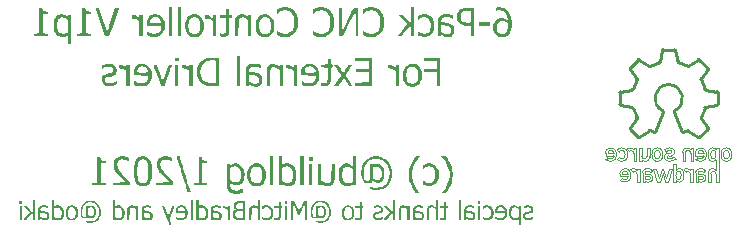
<source format=gbr>
G04 DipTrace 4.0.0.2*
G04 BottomSilk.gbr*
%MOIN*%
G04 #@! TF.FileFunction,Legend,Bot*
G04 #@! TF.Part,Single*
%ADD26C,0.01*%
%ADD28C,0.003*%
%FSLAX26Y26*%
G04*
G70*
G90*
G75*
G01*
G04 BotSilk*
%LPD*%
G36*
X4060055Y3669213D2*
D1*
D1*
D1*
D1*
D1*
D1*
D1*
D1*
D1*
D1*
D1*
D1*
D1*
D1*
D1*
D1*
D1*
D1*
D1*
D1*
D1*
D1*
D1*
D1*
D1*
D1*
D1*
D1*
D1*
D1*
D1*
D1*
D1*
D1*
D1*
G37*
X3766413Y3674537D2*
D28*
Y3718026D1*
X3757667D1*
Y3713382D1*
X3757507D1*
G03X3752636Y3717240I-10348J-8059D01*
G01*
G03X3746185Y3718529I-6179J-14141D01*
G01*
G03X3741524Y3717689I12J-13422D01*
G01*
G03X3737097Y3715169I5924J-15555D01*
G01*
X3743411Y3707630D1*
G02X3746289Y3709245I6924J-8964D01*
G01*
G02X3749201Y3709781I2934J-7771D01*
G01*
G02X3755045Y3707622I11J-8960D01*
G01*
G02X3757012Y3704803I-4242J-5056D01*
G01*
G02X3757667Y3700673I-11128J-3881D01*
G01*
Y3674537D1*
X3766413D1*
X3896495Y3709781D2*
G02X3899282Y3709518I152J-13316D01*
G01*
G02X3901449Y3708723I-1466J-7342D01*
G01*
G02X3903923Y3705551I-2524J-4519D01*
G01*
G02X3905160Y3696332I-31554J-8928D01*
G01*
G02X3903923Y3686972I-33232J-368D01*
G01*
G02X3901449Y3683799I-4996J1344D01*
G01*
G02X3899282Y3683004I-3632J6547D01*
G01*
G02X3896495Y3682741I-2635J13053D01*
G01*
G02X3893753Y3683016I-150J12343D01*
G01*
G02X3891615Y3683840I1539J7178D01*
G01*
G02X3889167Y3687144I2797J4632D01*
G01*
G02X3887929Y3696332I32653J9075D01*
G01*
G02X3889167Y3705378I33398J39D01*
G01*
G02X3891615Y3708682I5245J-1328D01*
G01*
G02X3893753Y3709507I3677J-6354D01*
G01*
G02X3896495Y3709781I2592J-12069D01*
G01*
D3*
X3833948Y3674537D2*
X3843056Y3704957D1*
X3843218D1*
X3852304Y3674537D1*
X3860025D1*
X3873917Y3718026D1*
X3864668D1*
X3856325Y3687567D1*
X3856164D1*
X3846314Y3718026D1*
X3839937D1*
X3830108Y3687567D1*
X3829927D1*
X3821604Y3718026D1*
X3812336D1*
X3826247Y3674537D1*
X3833948D1*
X3952929Y3762185D2*
X3980013D1*
G02X3979285Y3757490I-13769J-268D01*
G01*
G02X3977097Y3754135I-7820J2710D01*
G01*
G02X3973781Y3752122I-6550J7052D01*
G01*
G02X3969659Y3751450I-3972J11385D01*
G01*
G02X3964568Y3752500I-79J12485D01*
G01*
G02X3960108Y3755652I5937J13134D01*
G01*
X3953777Y3750244D1*
G03X3957213Y3747008I15853J13389D01*
G01*
G03X3961052Y3744856I10151J13609D01*
G01*
G03X3969499Y3743248I8379J21029D01*
G01*
G03X3976088Y3744329I-8J20663D01*
G01*
G03X3982476Y3747579I-8283J24190D01*
G01*
G03X3985224Y3750312I-6387J9169D01*
G01*
G03X3987189Y3754181I-12648J8856D01*
G01*
G03X3988365Y3759185I-24445J8384D01*
G01*
G03X3988759Y3765322I-43499J5872D01*
G01*
G03X3988395Y3771185I-43460J249D01*
G01*
G03X3987310Y3776066I-26634J-3362D01*
G01*
G03X3985496Y3779966I-16442J-5274D01*
G01*
G03X3982959Y3782885I-10664J-6707D01*
G01*
G03X3977025Y3786526I-14321J-16680D01*
G01*
G03X3970825Y3787740I-6223J-15343D01*
G01*
G03X3964115Y3786499I-134J-18032D01*
G01*
G03X3958297Y3782774I7044J-17413D01*
G01*
G03X3954273Y3776945I10821J-11772D01*
G01*
G03X3952929Y3769383I18893J-7258D01*
G01*
Y3762185D1*
X4073906Y3765543D2*
G03X4073629Y3771650I-59844J346D01*
G01*
G03X4072808Y3775969I-21900J-1922D01*
G01*
G03X4069199Y3782172I-16008J-5161D01*
G01*
G03X4067064Y3784098I-11634J-10747D01*
G01*
G03X4064241Y3785940I-15012J-19930D01*
G01*
G03X4060593Y3787290I-6224J-11211D01*
G01*
G03X4055970Y3787740I-4407J-21296D01*
G01*
G03X4051404Y3787290I-218J-21169D01*
G01*
G03X4047757Y3785940I2629J-12699D01*
G01*
G03X4044915Y3784098I12332J-22153D01*
G01*
G03X4042760Y3782172I9474J-12765D01*
G01*
G03X4039161Y3775969I12309J-11285D01*
G01*
G03X4038348Y3771650I21463J-6280D01*
G01*
G03X4038077Y3765543I59069J-5674D01*
G01*
G03X4038348Y3759335I61251J-443D01*
G01*
G03X4039161Y3754978I22633J1972D01*
G01*
G03X4042760Y3748777I15897J5081D01*
G01*
G03X4044915Y3746828I11274J10300D01*
G01*
G03X4047757Y3745005I14028J18748D01*
G01*
G03X4051404Y3743686I6274J11646D01*
G01*
G03X4055970Y3743248I4372J21545D01*
G01*
G03X4060593Y3743686I239J22080D01*
G01*
G03X4064241Y3745005I-2571J12818D01*
G01*
G03X4067064Y3746828I-11060J20224D01*
G01*
G03X4069199Y3748777I-9156J12176D01*
G01*
G03X4072808Y3754978I-12388J11361D01*
G01*
G03X4073629Y3759335I-21176J6242D01*
G01*
G03X4073906Y3765543I-60474J5808D01*
G01*
D3*
X3843774D2*
G03X3843503Y3771650I-59838J397D01*
G01*
G03X3842680Y3775969I-22159J-1984D01*
G01*
G03X3839072Y3782172I-15984J-5145D01*
G01*
G03X3836937Y3784098I-11927J-11072D01*
G01*
G03X3834113Y3785940I-14931J-19816D01*
G01*
G03X3830462Y3787290I-6214J-11191D01*
G01*
G03X3825841Y3787740I-4400J-21227D01*
G01*
G03X3821274Y3787290I-217J-21192D01*
G01*
G03X3817630Y3785940I2641J-12721D01*
G01*
G03X3814787Y3784098I12332J-22153D01*
G01*
G03X3812633Y3782172I9474J-12765D01*
G01*
G03X3809031Y3775969I12310J-11293D01*
G01*
G03X3808218Y3771650I20951J-6183D01*
G01*
G03X3807945Y3765543I59069J-5700D01*
G01*
G03X3808218Y3759335I61253J-417D01*
G01*
G03X3809031Y3754978I22113J1875D01*
G01*
G03X3812633Y3748777I15901J5088D01*
G01*
G03X3814787Y3746828I11145J10158D01*
G01*
G03X3817630Y3745005I14028J18748D01*
G01*
G03X3821274Y3743686I6284J11668D01*
G01*
G03X3825841Y3743248I4372J21546D01*
G01*
G03X3830462Y3743686I243J22011D01*
G01*
G03X3834113Y3745005I-2587J12873D01*
G01*
G03X3836937Y3746828I-11437J20819D01*
G01*
G03X3839072Y3748777I-9156J12176D01*
G01*
G03X3842680Y3754978I-12366J11344D01*
G01*
G03X3843503Y3759335I-21431J6303D01*
G01*
G03X3843774Y3765543I-61493J5801D01*
G01*
D3*
X3962394Y3674375D2*
Y3678218D1*
X3962576D1*
G03X3966217Y3674961I6209J3277D01*
G01*
G03X3969209Y3674146I4883J12027D01*
G01*
G03X3973009Y3673873I3667J24458D01*
G01*
G03X3979329Y3674913I-126J20477D01*
G01*
G03X3983886Y3677715I-3819J11317D01*
G01*
G03X3986904Y3681921I-8146J9032D01*
G01*
G03X3987909Y3687144I-12227J5062D01*
G01*
G03X3987039Y3692154I-14014J146D01*
G01*
G03X3984430Y3696291I-11621J-4436D01*
G01*
G03X3980138Y3699071I-7924J-7533D01*
G01*
G03X3974176Y3700051I-5850J-16959D01*
G01*
X3962394D1*
Y3704655D1*
G02X3962924Y3707178I5461J170D01*
G01*
G02X3964545Y3708957I4024J-2040D01*
G01*
G02X3967264Y3709993I4088J-6637D01*
G01*
G02X3971080Y3710283I3232J-17269D01*
G01*
G02X3973845Y3710114I163J-20004D01*
G01*
G02X3976108Y3709602I-1543J-12076D01*
G01*
G02X3979083Y3706886I-2461J-5683D01*
G01*
X3985778Y3712154D1*
G03X3979778Y3716986I-12105J-8890D01*
G01*
G03X3975924Y3718152I-6857J-15702D01*
G01*
G03X3971504Y3718488I-3909J-22183D01*
G01*
G03X3964356Y3717753I-609J-29206D01*
G01*
G03X3958756Y3715392I3933J-17151D01*
G01*
G03X3955186Y3710923I5904J-8375D01*
G01*
G03X3954269Y3707827I13488J-5681D01*
G01*
G03X3953930Y3704152I21571J-3841D01*
G01*
Y3674375D1*
X3962394D1*
X3980013Y3769383D2*
X3961657D1*
G02X3962448Y3773714I14274J-367D01*
G01*
G02X3964420Y3776894I8334J-2968D01*
G01*
G02X3967304Y3778846I6150J-5977D01*
G01*
G02X3970825Y3779497I3423J-8667D01*
G01*
G02X3974392Y3778846I101J-9546D01*
G01*
G02X3977299Y3776894I-3221J-7935D01*
G01*
G02X3979265Y3773714I-6189J-6024D01*
G01*
G02X3980013Y3769383I-13170J-4505D01*
G01*
D3*
X3962394Y3689657D2*
Y3692854D1*
X3972589D1*
G02X3975844Y3692440I-226J-14752D01*
G01*
G02X3978156Y3691421I-1545J-6641D01*
G01*
G02X3979526Y3689795I-2321J-3346D01*
G01*
G02X3979948Y3687567I-4580J-2020D01*
G01*
G02X3979470Y3685535I-4393J-39D01*
G01*
G02X3978035Y3683786I-4948J2595D01*
G01*
G02X3975589Y3682505I-3846J4368D01*
G01*
G02X3971946Y3682077I-3375J13017D01*
G01*
G02X3967387Y3682364I-730J24838D01*
G01*
G02X3964406Y3683385I1125J8151D01*
G01*
G02X3963525Y3684289I1903J2734D01*
G01*
G02X3962898Y3685636I4595J2959D01*
G01*
G02X3962394Y3689657I13056J3678D01*
G01*
D3*
X3697961Y3756537D2*
X3691507Y3750747D1*
G03X3698282Y3745358I18106J15813D01*
G01*
G03X3702459Y3743776I8096J15065D01*
G01*
G03X3707148Y3743248I4558J19411D01*
G01*
G03X3714325Y3744528I98J20218D01*
G01*
G03X3720781Y3748374I-7964J20705D01*
G01*
G03X3723445Y3751362I-9089J10784D01*
G01*
G03X3725349Y3755205I-14381J9520D01*
G01*
G03X3726491Y3759898I-23431J8186D01*
G01*
G03X3726873Y3765442I-37090J5340D01*
G01*
G03X3726491Y3770991I-37475J208D01*
G01*
G03X3725349Y3775696I-24722J-3509D01*
G01*
G03X3723445Y3779551I-16729J-5864D01*
G01*
G03X3720781Y3782563I-11881J-7825D01*
G01*
G03X3714325Y3786446I-14475J-16755D01*
G01*
G03X3707148Y3787740I-7085J-18746D01*
G01*
G03X3702459Y3787207I-87J-20130D01*
G01*
G03X3698282Y3785610I3955J-16607D01*
G01*
G03X3691507Y3780201I11530J-21390D01*
G01*
X3697961Y3774451D1*
G02X3702022Y3777858I10117J-7937D01*
G01*
G02X3706806Y3778995I4711J-9192D01*
G01*
G02X3711760Y3778147I276J-13285D01*
G01*
G02X3715297Y3775606I-3161J-8132D01*
G01*
G02X3717417Y3771373I-8687J-6999D01*
G01*
G02X3718127Y3765442I-21669J-5602D01*
G01*
G02X3717417Y3759541I-22148J-329D01*
G01*
G02X3715297Y3755325I-10754J2769D01*
G01*
G02X3711760Y3752797I-6739J5687D01*
G01*
G02X3706806Y3751953I-4673J12472D01*
G01*
G02X3702001Y3753098I-79J10314D01*
G01*
G02X3697961Y3756537I6012J11159D01*
G01*
D3*
X4046782Y3765442D2*
G02X4046903Y3769484I57666J300D01*
G01*
G02X4047265Y3772119I15890J-842D01*
G01*
G02X4048933Y3775797I11043J-2792D01*
G01*
G02X4051839Y3778196I5846J-4122D01*
G01*
G02X4055970Y3778995I3910J-9133D01*
G01*
G02X4060131Y3778196I244J-9965D01*
G01*
G02X4063007Y3775797I-2823J-6307D01*
G01*
G02X4064696Y3772119I-8354J-6064D01*
G01*
G02X4065026Y3769510I-17314J-3520D01*
G01*
G02X4065138Y3765543I-63657J-3775D01*
G01*
G02X4065026Y3761467I-67355J-196D01*
G01*
G02X4064696Y3758808I-17397J814D01*
G01*
G02X4063007Y3755150I-9618J2221D01*
G01*
G02X4060131Y3752752I-5721J3938D01*
G01*
G02X4055970Y3751953I-3928J9221D01*
G01*
G02X4051839Y3752752I-232J9877D01*
G01*
G02X4048933Y3755150I2947J6530D01*
G01*
G02X4047265Y3758789I9069J6359D01*
G01*
G02X4046903Y3761417I15425J3465D01*
G01*
G02X4046782Y3765442I57092J3727D01*
G01*
D3*
X3816650D2*
G02X3816774Y3769484I58756J211D01*
G01*
G02X3817134Y3772119I16264J-877D01*
G01*
G02X3818804Y3775797I11186J-2864D01*
G01*
G02X3821709Y3778196I5867J-4145D01*
G01*
G02X3825841Y3778995I3910J-9134D01*
G01*
G02X3830003Y3778196I244J-9965D01*
G01*
G02X3832878Y3775797I-2867J-6359D01*
G01*
G02X3834567Y3772119I-8298J-6038D01*
G01*
G02X3834899Y3769510I-17085J-3500D01*
G01*
G02X3835009Y3765543I-59839J-3648D01*
G01*
G02X3834899Y3761467I-63319J-327D01*
G01*
G02X3834567Y3758808I-18079J907D01*
G01*
G02X3832878Y3755150I-9618J2221D01*
G01*
G02X3830003Y3752752I-5765J3991D01*
G01*
G02X3825841Y3751953I-3928J9221D01*
G01*
G02X3821709Y3752752I-233J9878D01*
G01*
G02X3818804Y3755150I2969J6554D01*
G01*
G02X3817134Y3758789I9071J6367D01*
G01*
G02X3816774Y3761417I15799J3500D01*
G01*
G02X3816650Y3765442I58170J3816D01*
G01*
D3*
X3945283Y3743751D2*
Y3787238D1*
X3936538D1*
Y3782593D1*
X3936377D1*
G03X3931507Y3786454I-10315J-8010D01*
G01*
G03X3925058Y3787740I-6181J-14184D01*
G01*
G03X3920080Y3786777I8J-13382D01*
G01*
G03X3915277Y3783890I6806J-16762D01*
G01*
G03X3911741Y3779157I7546J-9325D01*
G01*
G03X3910857Y3776130I13310J-5532D01*
G01*
G03X3910563Y3772660I19251J-3378D01*
G01*
Y3743751D1*
X3919308D1*
Y3769644D1*
G02X3919921Y3773567I11635J191D01*
G01*
G02X3921761Y3776522I7450J-2588D01*
G01*
G02X3924516Y3778377I5882J-5765D01*
G01*
G02X3927873Y3778995I3263J-8298D01*
G01*
G02X3931306Y3778377I124J-9154D01*
G01*
G02X3934085Y3776522I-3047J-7577D01*
G01*
G02X3935925Y3773567I-5611J-5543D01*
G01*
G02X3936538Y3769644I-11022J-3731D01*
G01*
Y3743751D1*
X3945283D1*
X3785164Y3674375D2*
Y3678218D1*
X3785345D1*
G03X3788984Y3674961I6222J3289D01*
G01*
G03X3791979Y3674146I4874J12002D01*
G01*
G03X3795780Y3673873I3660J24364D01*
G01*
G03X3802098Y3674913I-127J20478D01*
G01*
G03X3806657Y3677715I-3821J11327D01*
G01*
G03X3809673Y3681921I-8144J9023D01*
G01*
G03X3810678Y3687144I-12227J5062D01*
G01*
G03X3809807Y3692154I-14132J122D01*
G01*
G03X3807198Y3696291I-11573J-4406D01*
G01*
G03X3802907Y3699071I-7929J-7539D01*
G01*
G03X3796945Y3700051I-5853J-16974D01*
G01*
X3785164D1*
Y3704655D1*
G02X3785692Y3707178I5459J176D01*
G01*
G02X3787315Y3708957I3988J-2011D01*
G01*
G02X3790034Y3709993I4078J-6613D01*
G01*
G02X3793849Y3710283I3230J-17249D01*
G01*
G02X3796614Y3710114I163J-20004D01*
G01*
G02X3798875Y3709602I-1549J-12093D01*
G01*
G02X3801853Y3706886I-2462J-5689D01*
G01*
X3808547Y3712154D1*
G03X3802545Y3716986I-12109J-8898D01*
G01*
G03X3798693Y3718152I-6836J-15628D01*
G01*
G03X3794272Y3718488I-3911J-22206D01*
G01*
G03X3787122Y3717753I-608J-29226D01*
G01*
G03X3781525Y3715392I3919J-17106D01*
G01*
G03X3777955Y3710923I5945J-8408D01*
G01*
G03X3777039Y3707827I13010J-5533D01*
G01*
G03X3776698Y3704152I21211J-3823D01*
G01*
Y3674375D1*
X3785164D1*
X3700714Y3692974D2*
X3727795D1*
G02X3727067Y3688278I-13942J-242D01*
G01*
G02X3724882Y3684921I-7909J2758D01*
G01*
G02X3721563Y3682909I-6611J7162D01*
G01*
G02X3717444Y3682239I-3947J11258D01*
G01*
G02X3712350Y3683289I-76J12509D01*
G01*
G02X3707892Y3686441I5959J13157D01*
G01*
X3701559Y3681030D1*
G03X3704996Y3677795I15953J13506D01*
G01*
G03X3708836Y3675644I10141J13601D01*
G01*
G03X3717280Y3674034I8383J21016D01*
G01*
G03X3723873Y3675118I-33J20795D01*
G01*
G03X3730260Y3678367I-8269J24157D01*
G01*
G03X3733008Y3681101I-6387J9169D01*
G01*
G03X3734971Y3684970I-13025J9042D01*
G01*
G03X3736148Y3689974I-24571J8421D01*
G01*
G03X3736539Y3696110I-43465J5851D01*
G01*
G03X3736180Y3701972I-43743J259D01*
G01*
G03X3735091Y3706853I-26850J-3431D01*
G01*
G03X3733281Y3710753I-16503J-5287D01*
G01*
G03X3730741Y3713673I-10760J-6793D01*
G01*
G03X3724807Y3717315I-14414J-16833D01*
G01*
G03X3718606Y3718529I-6220J-15329D01*
G01*
G03X3711898Y3717287I-132J-18032D01*
G01*
G03X3706083Y3713563I7007J-17342D01*
G01*
G03X3702055Y3707731I10790J-11758D01*
G01*
G03X3700714Y3700172I18937J-7259D01*
G01*
Y3692974D1*
X3943780Y3674537D2*
Y3718026D1*
X3935034D1*
Y3713382D1*
X3934873D1*
G03X3930003Y3717240I-10330J-8036D01*
G01*
G03X3923554Y3718529I-6177J-14129D01*
G01*
G03X3918890Y3717689I9J-13422D01*
G01*
G03X3914467Y3715169I5880J-15461D01*
G01*
X3920780Y3707630D1*
G02X3923655Y3709245I6979J-9054D01*
G01*
G02X3926570Y3709781I2931J-7757D01*
G01*
G02X3932409Y3707622I14J-8940D01*
G01*
G02X3934379Y3704803I-4243J-5063D01*
G01*
G02X3935034Y3700673I-11048J-3869D01*
G01*
Y3674537D1*
X3943780D1*
X3727795Y3700172D2*
X3709440D1*
G02X3710231Y3704501I14311J-379D01*
G01*
G02X3712205Y3707682I8225J-2900D01*
G01*
G02X3715085Y3709633I6096J-5902D01*
G01*
G02X3718606Y3710283I3413J-8612D01*
G01*
G02X3722176Y3709633I126J-9422D01*
G01*
G02X3725081Y3707682I-3222J-7940D01*
G01*
G02X3727046Y3704501I-6226J-6042D01*
G01*
G02X3727795Y3700172I-13120J-4500D01*
G01*
D3*
X3785164Y3689657D2*
Y3692854D1*
X3795357D1*
G02X3798613Y3692440I-228J-14777D01*
G01*
G02X3800927Y3691421I-1564J-6690D01*
G01*
G02X3802295Y3689795I-2377J-3390D01*
G01*
G02X3802714Y3687567I-4532J-2005D01*
G01*
G02X3802239Y3685535I-4391J-45D01*
G01*
G02X3800806Y3683786I-5003J2637D01*
G01*
G02X3798356Y3682505I-3866J4411D01*
G01*
G02X3794714Y3682077I-3375J13015D01*
G01*
G02X3790154Y3682364I-732J24823D01*
G01*
G02X3787175Y3683385I1125J8138D01*
G01*
G02X3786295Y3684289I1884J2711D01*
G01*
G02X3785667Y3685636I4428J2886D01*
G01*
G02X3785164Y3689657I12999J3667D01*
G01*
D3*
X3799982Y3758325D2*
Y3787238D1*
X3791236D1*
Y3761301D1*
G02X3790625Y3757357I-11799J-189D01*
G01*
G02X3788786Y3754406I-7379J2548D01*
G01*
G02X3786005Y3752567I-5779J5718D01*
G01*
G02X3782572Y3751953I-3320J8654D01*
G01*
G02X3779215Y3752567I-98J8947D01*
G01*
G02X3776459Y3754406I3030J7527D01*
G01*
G02X3774619Y3757357I5560J5515D01*
G01*
G02X3774007Y3761301I11143J3751D01*
G01*
Y3787238D1*
X3765261D1*
Y3743751D1*
X3774007D1*
Y3748354D1*
X3774188D1*
G03X3779022Y3744524I10275J8002D01*
G01*
G03X3785407Y3743248I6116J13997D01*
G01*
G03X3790457Y3744205I0J13806D01*
G01*
G03X3795277Y3747076I-6641J16629D01*
G01*
G03X3798807Y3751804I-7514J9292D01*
G01*
G03X3799688Y3754840I-13193J5473D01*
G01*
G03X3799982Y3758325I-19129J3368D01*
G01*
D3*
X3755331Y3743751D2*
Y3787238D1*
X3746585D1*
Y3782593D1*
X3746425D1*
G03X3741554Y3786454I-10326J-8025D01*
G01*
G03X3735106Y3787740I-6183J-14195D01*
G01*
G03X3730441Y3786900I-6J-13342D01*
G01*
G03X3726020Y3784383I5808J-15343D01*
G01*
X3732332Y3776844D1*
G02X3735207Y3778457I7021J-9148D01*
G01*
G02X3738122Y3778995I2954J-7836D01*
G01*
G02X3743962Y3776833I1J-8967D01*
G01*
G02X3745930Y3774014I-4212J-5038D01*
G01*
G02X3746585Y3769886I-10968J-3856D01*
G01*
Y3743751D1*
X3755331D1*
X3887929Y3674537D2*
Y3679062D1*
G03X3893031Y3675291I11523J10257D01*
G01*
G03X3899169Y3674034I5988J13625D01*
G01*
G03X3902908Y3674427I115J16911D01*
G01*
G03X3906085Y3675602I-2682J12128D01*
G01*
G03X3910810Y3679643I-6635J12541D01*
G01*
G03X3913285Y3685113I-9814J7736D01*
G01*
G03X3913749Y3689496I-32405J5651D01*
G01*
G03X3913906Y3696332I-125305J6282D01*
G01*
G03X3913749Y3703083I-122313J548D01*
G01*
G03X3913285Y3707409I-32069J-1255D01*
G01*
G03X3910810Y3712879I-12570J-2393D01*
G01*
G03X3906085Y3716920I-11828J-9047D01*
G01*
G03X3902908Y3718125I-5886J-10731D01*
G01*
G03X3899169Y3718529I-3644J-16210D01*
G01*
G03X3893089Y3717101I-174J-12918D01*
G01*
G03X3887929Y3713382I10978J-20670D01*
G01*
Y3735577D1*
X3879182D1*
Y3674537D1*
X3887929D1*
X4012715Y3751953D2*
G02X4009937Y3752218I-120J13435D01*
G01*
G02X4007776Y3753010I1489J7404D01*
G01*
G02X4005302Y3756184I2549J4538D01*
G01*
G02X4004068Y3765442I31892J8961D01*
G01*
G02X4005302Y3774731I33312J302D01*
G01*
G02X4007776Y3777929I5050J-1350D01*
G01*
G02X4009937Y3778727I3586J-6387D01*
G01*
G02X4012715Y3778995I2626J-12705D01*
G01*
G02X4015482Y3778718I119J-12773D01*
G01*
G02X4017633Y3777894I-1477J-7073D01*
G01*
G02X4020083Y3774591I-2765J-4611D01*
G01*
G02X4021299Y3765442I-33083J-9054D01*
G01*
G02X4020083Y3756336I-33993J-93D01*
G01*
G02X4017633Y3753047I-5181J1303D01*
G01*
G02X4015482Y3752227I-3666J6383D01*
G01*
G02X4012715Y3751953I-2614J12281D01*
G01*
D3*
X3653112Y3762185D2*
X3680190D1*
G02X3679463Y3757490I-13811J-266D01*
G01*
G02X3677278Y3754135I-7816J2703D01*
G01*
G02X3673961Y3752122I-6544J7043D01*
G01*
G02X3669836Y3751450I-3974J11400D01*
G01*
G02X3664749Y3752500I-80J12461D01*
G01*
G02X3660289Y3755652I5937J13134D01*
G01*
X3653955Y3750244D1*
G03X3657394Y3747008I15860J13406D01*
G01*
G03X3661234Y3744856I10077J13478D01*
G01*
G03X3669678Y3743248I8379J21029D01*
G01*
G03X3676269Y3744329I-6J20663D01*
G01*
G03X3682655Y3747579I-8254J24120D01*
G01*
G03X3685404Y3750312I-6324J9110D01*
G01*
G03X3687367Y3754181I-12700J8877D01*
G01*
G03X3688547Y3759185I-24573J8435D01*
G01*
G03X3688938Y3765322I-44038J5887D01*
G01*
G03X3688576Y3771185I-43175J276D01*
G01*
G03X3687488Y3776066I-27227J-3508D01*
G01*
G03X3685673Y3779966I-16375J-5248D01*
G01*
G03X3683138Y3782885I-10568J-6620D01*
G01*
G03X3677203Y3786526I-14321J-16680D01*
G01*
G03X3671005Y3787740I-6220J-15329D01*
G01*
G03X3664293Y3786499I-129J-18071D01*
G01*
G03X3658478Y3782774I7074J-17447D01*
G01*
G03X3654454Y3776945I10785J-11747D01*
G01*
G03X3653112Y3769383I18858J-7248D01*
G01*
Y3762185D1*
X3886345Y3750988D2*
X3880234Y3757039D1*
G02X3873951Y3752846I-13738J13780D01*
G01*
G02X3866525Y3751450I-7246J18092D01*
G01*
G02X3863125Y3751803I-130J15298D01*
G01*
G02X3860371Y3752858I2110J9626D01*
G01*
G02X3858545Y3754606I2317J4249D01*
G01*
G02X3857938Y3757039I4153J2327D01*
G01*
G02X3858272Y3758731I4073J76D01*
G01*
G02X3859272Y3760005I3100J-1404D01*
G01*
G02X3860934Y3760862I3125J-4022D01*
G01*
G02X3863266Y3761301I3069J-9907D01*
G01*
X3870966Y3762025D1*
G03X3875911Y3763114I-1097J16750D01*
G01*
G03X3879930Y3765575I-4914J12540D01*
G01*
G03X3882604Y3769337I-6560J7492D01*
G01*
G03X3883492Y3774331I-12368J4776D01*
G01*
G03X3882331Y3780140I-13732J276D01*
G01*
G03X3878846Y3784343I-9756J-4544D01*
G01*
G03X3873635Y3786891I-9847J-13534D01*
G01*
G03X3867289Y3787740I-6115J-21560D01*
G01*
G03X3862000Y3787339I-181J-32644D01*
G01*
G03X3857525Y3786133I3509J-21925D01*
G01*
G03X3850238Y3781829I9602J-24583D01*
G01*
X3855646Y3775457D1*
G02X3861003Y3778361I16549J-24133D01*
G01*
G02X3867289Y3779497I6012J-15300D01*
G01*
G02X3870833Y3779125I279J-14384D01*
G01*
G02X3873108Y3778010I-1118J-5161D01*
G01*
G02X3874745Y3774251I-3229J-3643D01*
G01*
G02X3874442Y3772875I-3181J-20D01*
G01*
G02X3873529Y3771606I-4014J1926D01*
G01*
G02X3871789Y3770633I-2886J3116D01*
G01*
G02X3868996Y3770147I-3477J11723D01*
G01*
X3861798Y3769644D1*
G03X3858659Y3769210I1283J-20834D01*
G01*
G03X3856000Y3768370I2934J-13916D01*
G01*
G03X3852115Y3765474I3728J-9054D01*
G01*
G03X3849924Y3761406I10447J-8252D01*
G01*
G03X3849190Y3756617I14547J-4679D01*
G01*
G03X3850503Y3750937I12038J-210D01*
G01*
G03X3854429Y3746726I10147J5524D01*
G01*
G03X3860243Y3744117I10931J16575D01*
G01*
G03X3867206Y3743248I6705J25398D01*
G01*
G03X3877419Y3745182I179J26982D01*
G01*
G03X3886345Y3750988I-11035J26732D01*
G01*
D3*
X3680190Y3769383D2*
X3661836D1*
G02X3662629Y3773714I14277J-375D01*
G01*
G02X3664601Y3776894I8292J-2942D01*
G01*
G02X3667484Y3778846I6158J-5987D01*
G01*
G02X3671005Y3779497I3423J-8667D01*
G01*
G02X3674573Y3778846I97J-9572D01*
G01*
G02X3677479Y3776894I-3250J-7973D01*
G01*
G02X3679445Y3773714I-6189J-6024D01*
G01*
G02X3680190Y3769383I-13273J-4514D01*
G01*
D3*
X4030045Y3674537D2*
Y3787238D1*
X4021299D1*
Y3782675D1*
G03X4016207Y3786474I-11519J-10127D01*
G01*
G03X4010059Y3787740I-6004J-13589D01*
G01*
G03X4006353Y3787339I-130J-16099D01*
G01*
G03X4003193Y3786133I2744J-11934D01*
G01*
G03X3998419Y3782091I7463J-13655D01*
G01*
G03X3995966Y3776621I10504J-7995D01*
G01*
G03X3995483Y3772269I30846J-5626D01*
G01*
G03X3995323Y3765442I123193J-6304D01*
G01*
G03X3995483Y3758659I121754J-520D01*
G01*
G03X3995966Y3754306I31259J1265D01*
G01*
G03X3998419Y3748857I12695J2438D01*
G01*
G03X4003193Y3744816I11741J9032D01*
G01*
G03X4006353Y3743639I5788J10708D01*
G01*
G03X4010059Y3743248I3593J16298D01*
G01*
G03X4016161Y3744623I223J13236D01*
G01*
G03X4021299Y3748354I-9902J19038D01*
G01*
Y3713382D1*
X4021135D1*
G03X4016268Y3717240I-10362J-8073D01*
G01*
G03X4009818Y3718529I-6179J-14141D01*
G01*
G03X4004840Y3717564I23J-13445D01*
G01*
G03X4000038Y3714677I6839J-16811D01*
G01*
G03X3996501Y3709945I7554J-9333D01*
G01*
G03X3995619Y3706917I12917J-5405D01*
G01*
G03X3995323Y3703449I18616J-3339D01*
G01*
Y3674537D1*
X4004068D1*
Y3700433D1*
G02X4004680Y3704353I11663J188D01*
G01*
G02X4006521Y3707308I7472J-2604D01*
G01*
G02X4009274Y3709163I5832J-5687D01*
G01*
G02X4012633Y3709781I3241J-8176D01*
G01*
G02X4016067Y3709163I118J-9192D01*
G01*
G02X4018845Y3707308I-2980J-7473D01*
G01*
G02X4020686Y3704353I-5631J-5559D01*
G01*
G02X4021299Y3700433I-11095J-3743D01*
G01*
Y3674537D1*
X4030045D1*
X3844610Y3911138D2*
D26*
G02X3883080Y3911138I19235J41791D01*
G01*
G03X3882013Y3908432I876J-1909D01*
G01*
X3909591Y3840885D1*
G03X3912343Y3839736I1948J797D01*
G01*
X3927322Y3845942D1*
G02X3929307Y3845741I806J-1946D01*
G01*
X3962255Y3823451D1*
G03X3964919Y3823705I1179J1736D01*
G01*
X3993068Y3851854D1*
G03X3993322Y3854520I-1484J1486D01*
G01*
X3971031Y3887465D1*
G02X3970831Y3889448I1762J1180D01*
G01*
X3984383Y3922164D1*
G02X3985927Y3923425I1943J-803D01*
G01*
X4024983Y3930959D1*
G03X4026688Y3933022I-394J2062D01*
G01*
Y3972832D1*
G03X4024983Y3974898I-2099J4D01*
G01*
X3985927Y3982432D1*
G02X3984383Y3983692I395J2059D01*
G01*
X3970831Y4016407D1*
G02X3971031Y4018390I1963J803D01*
G01*
X3993322Y4051337D1*
G03X3993068Y4054003I-1738J1180D01*
G01*
X3964919Y4082152D1*
G03X3962255Y4082406I-1485J-1483D01*
G01*
X3929307Y4060115D1*
G02X3927322Y4059915I-1179J1746D01*
G01*
X3894609Y4073467D1*
G02X3893349Y4075010I799J1938D01*
G01*
X3885814Y4114068D1*
G03X3883749Y4115773I-2067J-401D01*
G01*
X3843941D1*
G03X3841877Y4114068I1J-2103D01*
G01*
X3834341Y4075010D1*
G02X3833081Y4073467I-2059J395D01*
G01*
X3800364Y4059915D1*
G02X3798383Y4060115I-804J1937D01*
G01*
X3765436Y4082406D1*
G03X3762769Y4082152I-1180J-1741D01*
G01*
X3734622Y4054003D1*
G03X3734367Y4051337I1481J-1486D01*
G01*
X3756657Y4018390D1*
G02X3756858Y4016407I-1740J-1178D01*
G01*
X3743308Y3983692D1*
G02X3741761Y3982432I-1945J808D01*
G01*
X3702705Y3974898D1*
G03X3701000Y3972832I401J-2067D01*
G01*
Y3933022D1*
G03X3702705Y3930959I2106J4D01*
G01*
X3741761Y3923425D1*
G02X3743308Y3922164I-402J-2073D01*
G01*
X3756858Y3889448D1*
G02X3756657Y3887465I-1941J-805D01*
G01*
X3734367Y3854520D1*
G03X3734622Y3851854I1736J-1179D01*
G01*
X3762769Y3823705D1*
G03X3765436Y3823451I1487J1488D01*
G01*
X3798383Y3845741D1*
G02X3800364Y3845942I1176J-1736D01*
G01*
X3815346Y3839736D1*
G03X3818097Y3840885I803J1944D01*
G01*
X3845675Y3908432D1*
G03X3844610Y3911138I-1941J799D01*
G01*
G36*
X2197690Y4257987D2*
Y4159956D1*
X2208320D1*
Y4257987D1*
X2197690D1*
G37*
G36*
X2227218D2*
Y4159956D1*
X2237848D1*
Y4257987D1*
X2227218D1*
G37*
G36*
X3005564D2*
Y4202475D1*
X3004312Y4201192D1*
X3003700Y4201384D1*
X3003202Y4202475D1*
X2993753Y4213105D1*
X2979580Y4228460D1*
X2977218Y4230822D1*
X2963044D1*
X2991391Y4202475D1*
Y4200113D1*
X2987848Y4196570D1*
X2973674Y4178853D1*
X2970131Y4174129D1*
X2960682Y4162318D1*
X2959501Y4159956D1*
X2973674D1*
X2974856Y4161137D1*
X2979580Y4167042D1*
X2993753Y4185940D1*
X2998478Y4191845D1*
X2998722Y4192647D1*
X2999791Y4193704D1*
X3000840Y4194208D1*
X3005564Y4189483D1*
Y4159956D1*
X3016194D1*
Y4257987D1*
X3005564D1*
G37*
G36*
X2578005Y4256806D2*
X2572100Y4255625D1*
X2567375Y4254444D1*
X2561470Y4252082D1*
X2556745Y4249719D1*
Y4234365D1*
X2563832Y4240271D1*
X2565013Y4241452D1*
X2569737Y4243814D1*
X2573281Y4244995D1*
X2582730Y4247357D1*
X2587454D1*
X2592178Y4246176D1*
X2595722Y4244995D1*
X2600446Y4242633D1*
X2601627Y4241452D1*
X2603989Y4240271D1*
X2607533Y4236727D1*
Y4235546D1*
X2609895Y4232003D1*
X2611076Y4229641D1*
X2613438Y4222554D1*
X2614619Y4216648D1*
X2615800Y4215467D1*
Y4198932D1*
X2614619Y4197751D1*
X2613438Y4191845D1*
X2612257Y4187121D1*
X2609895Y4182397D1*
X2607533Y4178853D1*
Y4177672D1*
X2602808Y4172948D1*
X2595722Y4169404D1*
X2592178Y4168223D1*
X2587454Y4167042D1*
X2582730D1*
X2573281Y4169404D1*
X2569737Y4170585D1*
X2565013Y4172948D1*
X2563832Y4174129D1*
X2556745Y4180034D1*
Y4165861D1*
X2557926Y4164680D1*
X2565013Y4161137D1*
X2572100Y4158774D1*
X2578005Y4157593D1*
X2592178D1*
X2598084Y4158774D1*
X2601627Y4159956D1*
X2608714Y4163499D1*
X2613438Y4167042D1*
X2615800Y4169404D1*
X2619344Y4174129D1*
X2621706Y4177672D1*
X2622887Y4181215D1*
X2624068Y4183578D1*
X2626430Y4190664D1*
X2627611Y4197751D1*
Y4216648D1*
X2626430Y4222554D1*
X2625249Y4227278D1*
X2624068Y4230822D1*
X2620525Y4237908D1*
X2618163Y4241452D1*
X2609895Y4249719D1*
X2606352Y4252082D1*
X2603989Y4253263D1*
X2596903Y4255625D1*
X2592178Y4256806D1*
X2578005D1*
G37*
G36*
X2698478D2*
X2692572Y4255625D1*
X2687848Y4254444D1*
X2681942Y4252082D1*
X2677218Y4249719D1*
Y4234365D1*
X2684304Y4240271D1*
X2685485Y4241452D1*
X2690210Y4243814D1*
X2693753Y4244995D1*
X2703202Y4247357D1*
X2707926D1*
X2712651Y4246176D1*
X2716194Y4244995D1*
X2720919Y4242633D1*
X2722100Y4241452D1*
X2724462Y4240271D1*
X2728005Y4236727D1*
Y4235546D1*
X2730367Y4232003D1*
X2731548Y4229641D1*
X2733911Y4222554D1*
X2735092Y4216648D1*
X2736273Y4215467D1*
Y4198932D1*
X2735092Y4197751D1*
X2733911Y4191845D1*
X2732730Y4187121D1*
X2730367Y4182397D1*
X2728005Y4178853D1*
Y4177672D1*
X2723281Y4172948D1*
X2716194Y4169404D1*
X2712651Y4168223D1*
X2707926Y4167042D1*
X2703202D1*
X2693753Y4169404D1*
X2690210Y4170585D1*
X2685485Y4172948D1*
X2684304Y4174129D1*
X2677218Y4180034D1*
Y4165861D1*
X2678399Y4164680D1*
X2685485Y4161137D1*
X2692572Y4158774D1*
X2698478Y4157593D1*
X2712651D1*
X2718556Y4158774D1*
X2722100Y4159956D1*
X2729186Y4163499D1*
X2733911Y4167042D1*
X2736273Y4169404D1*
X2739816Y4174129D1*
X2742178Y4177672D1*
X2743359Y4181215D1*
X2744541Y4183578D1*
X2746903Y4190664D1*
X2748084Y4197751D1*
Y4216648D1*
X2746903Y4222554D1*
X2745722Y4227278D1*
X2744541Y4230822D1*
X2740997Y4237908D1*
X2738635Y4241452D1*
X2730367Y4249719D1*
X2726824Y4252082D1*
X2724462Y4253263D1*
X2717375Y4255625D1*
X2712651Y4256806D1*
X2698478D1*
G37*
G36*
X2865013D2*
X2859107Y4255625D1*
X2854383Y4254444D1*
X2848478Y4252082D1*
X2843753Y4249719D1*
Y4234365D1*
X2850840Y4240271D1*
X2852021Y4241452D1*
X2856745Y4243814D1*
X2860289Y4244995D1*
X2869737Y4247357D1*
X2874462D1*
X2879186Y4246176D1*
X2882730Y4244995D1*
X2887454Y4242633D1*
X2888635Y4241452D1*
X2890997Y4240271D1*
X2894541Y4236727D1*
Y4235546D1*
X2896903Y4232003D1*
X2898084Y4229641D1*
X2900446Y4222554D1*
X2901627Y4216648D1*
X2902808Y4215467D1*
Y4198932D1*
X2901627Y4197751D1*
X2900446Y4191845D1*
X2899265Y4187121D1*
X2896903Y4182397D1*
X2894541Y4178853D1*
Y4177672D1*
X2889816Y4172948D1*
X2882730Y4169404D1*
X2879186Y4168223D1*
X2874462Y4167042D1*
X2869737D1*
X2860289Y4169404D1*
X2856745Y4170585D1*
X2852021Y4172948D1*
X2850840Y4174129D1*
X2843753Y4180034D1*
Y4165861D1*
X2844934Y4164680D1*
X2852021Y4161137D1*
X2859107Y4158774D1*
X2865013Y4157593D1*
X2879186D1*
X2885092Y4158774D1*
X2888635Y4159956D1*
X2895722Y4163499D1*
X2900446Y4167042D1*
X2902808Y4169404D1*
X2906352Y4174129D1*
X2908714Y4177672D1*
X2909895Y4181215D1*
X2911076Y4183578D1*
X2913438Y4190664D1*
X2914619Y4197751D1*
Y4216648D1*
X2913438Y4222554D1*
X2912257Y4227278D1*
X2911076Y4230822D1*
X2907533Y4237908D1*
X2905170Y4241452D1*
X2896903Y4249719D1*
X2893359Y4252082D1*
X2890997Y4253263D1*
X2883911Y4255625D1*
X2879186Y4256806D1*
X2865013D1*
G37*
G36*
X3284304Y4209562D2*
X3283123Y4208381D1*
X3280761Y4203656D1*
X3279580Y4200113D1*
X3278399Y4193026D1*
Y4188302D1*
X3279580Y4181215D1*
X3281942Y4174129D1*
X3283123Y4171767D1*
X3285485Y4168223D1*
X3290210Y4163499D1*
X3293753Y4161137D1*
X3298478Y4158774D1*
X3303202Y4157593D1*
X3313832D1*
X3318556Y4158774D1*
X3325643Y4162318D1*
X3331548Y4168223D1*
X3333911Y4171767D1*
X3336273Y4176491D1*
X3337454Y4180034D1*
X3338635Y4184759D1*
X3339816Y4191845D1*
Y4210743D1*
X3338635Y4219011D1*
X3337454Y4224916D1*
X3335092Y4232003D1*
X3331548Y4239089D1*
X3329186Y4242633D1*
X3322100Y4249719D1*
X3316194Y4253263D1*
X3309107Y4255625D1*
X3304383Y4256806D1*
X3290210D1*
X3286667Y4255625D1*
Y4244995D1*
X3287848D1*
X3291391Y4246176D1*
X3296115Y4247357D1*
X3300840D1*
X3310289Y4244995D1*
X3312651Y4243814D1*
X3313832Y4242633D1*
X3316194Y4241452D1*
X3320919Y4236727D1*
Y4235546D1*
X3323281Y4232003D1*
X3325643Y4224916D1*
X3326824Y4217830D1*
X3327718Y4216241D1*
X3327567Y4215161D1*
X3326327Y4214193D1*
X3325246Y4214380D1*
X3324462Y4215467D1*
X3317375Y4219011D1*
X3312651Y4220192D1*
X3300840D1*
X3296115Y4219011D1*
X3291391Y4216648D1*
X3287848Y4214286D1*
X3285485Y4211924D1*
X3284304Y4209562D1*
X3303202D1*
X3307533Y4210743D1*
X3311863D1*
X3316194Y4209562D1*
X3320919Y4208381D1*
X3328005Y4204837D1*
Y4189483D1*
X3326824Y4188302D1*
X3325643Y4182397D1*
X3324462Y4178853D1*
X3323281Y4176491D1*
Y4175310D1*
X3318556Y4170585D1*
X3313832Y4168223D1*
X3310289Y4167042D1*
X3306745D1*
X3299659Y4169404D1*
X3292572Y4176491D1*
Y4178853D1*
X3291391Y4183578D1*
X3290210Y4184759D1*
Y4194208D1*
X3291391Y4195389D1*
X3292572Y4200113D1*
X3293753Y4202475D1*
Y4203656D1*
X3297296Y4207200D1*
X3299659Y4208381D1*
X3303202Y4209562D1*
X3284304D1*
G37*
G36*
X1765407Y4254444D2*
Y4169404D1*
X1748871Y4168223D1*
Y4159956D1*
X1793753D1*
Y4168223D1*
X1777218Y4169404D1*
Y4233184D1*
X1793753Y4234365D1*
Y4241452D1*
X1785485Y4242633D1*
X1781942Y4243814D1*
X1777218Y4246176D1*
Y4247357D1*
X1774856Y4254444D1*
X1765407D1*
G37*
G36*
X1909501D2*
Y4169404D1*
X1892966Y4168223D1*
Y4159956D1*
X1937848D1*
Y4168223D1*
X1921312Y4169404D1*
Y4233184D1*
X1937848Y4234365D1*
Y4241452D1*
X1929580Y4242633D1*
X1926037Y4243814D1*
X1921312Y4246176D1*
Y4247357D1*
X1918950Y4254444D1*
X1909501D1*
G37*
G36*
X1953202D2*
X1954383Y4253263D1*
Y4250900D1*
X1955564Y4248538D1*
X1970919Y4202475D1*
X1972100Y4200113D1*
X1985092Y4161137D1*
X1986273Y4159956D1*
X1999265D1*
X2013438Y4202475D1*
X2014619Y4204837D1*
X2029974Y4250900D1*
X2031155Y4253263D1*
Y4254444D1*
X2018163D1*
X1998084Y4194208D1*
X1996903Y4189483D1*
X1993359Y4178853D1*
X1993060Y4177460D1*
X1992109Y4176382D1*
X1991498Y4176581D1*
X1990997Y4177672D1*
X1983911Y4198932D1*
X1982730Y4203656D1*
X1966194Y4253263D1*
X1965013Y4254444D1*
X1953202D1*
G37*
G36*
X2763438D2*
Y4159956D1*
X2776430D1*
X2777611Y4161137D1*
X2805958Y4217830D1*
X2808320Y4221373D1*
X2817183Y4239082D1*
X2817823Y4240173D1*
X2818661Y4241010D1*
X2819264Y4240955D1*
X2820131Y4240271D1*
Y4159956D1*
X2829580D1*
Y4254444D1*
X2813044D1*
X2805958Y4240271D1*
X2803596Y4236727D1*
X2776430Y4182397D1*
X2776130Y4181003D1*
X2775180Y4179925D1*
X2774569Y4180124D1*
X2774068Y4181215D1*
Y4254444D1*
X2763438D1*
G37*
G36*
X3163832Y4243814D2*
X3161470Y4241452D1*
X3159107Y4236727D1*
X3157926Y4233184D1*
Y4219011D1*
X3159107Y4215467D1*
X3162651Y4208381D1*
X3169737Y4201294D1*
X3176824Y4197751D1*
X3180367Y4196570D1*
X3185092Y4195389D1*
X3205170Y4194208D1*
Y4159956D1*
X3215800D1*
Y4254444D1*
X3183911D1*
X3178005Y4253263D1*
X3174462Y4252082D1*
X3169737Y4249719D1*
X3165013Y4246176D1*
X3163832Y4244995D1*
Y4243814D1*
X3183911D1*
X3190997Y4244995D1*
X3198084D1*
X3205170Y4243814D1*
Y4206019D1*
X3198871Y4204837D1*
X3192572D1*
X3186273Y4206019D1*
X3181548Y4207200D1*
X3178005Y4208381D1*
X3172100Y4214286D1*
Y4215467D1*
X3170919Y4219011D1*
X3169737Y4220192D1*
Y4232003D1*
X3170919Y4233184D1*
X3172100Y4235546D1*
Y4236727D1*
X3175643Y4240271D1*
X3180367Y4242633D1*
X3183911Y4243814D1*
X3163832D1*
G37*
G36*
X2389029Y4250900D2*
Y4232003D1*
X2366588Y4230822D1*
Y4221373D1*
X2389029Y4220192D1*
Y4180034D1*
X2387848Y4178853D1*
Y4174129D1*
X2384304Y4170585D1*
X2381942Y4169404D1*
X2378005Y4168223D1*
X2374068D1*
X2370131Y4169404D1*
X2366588Y4170585D1*
Y4161137D1*
X2367769Y4159956D1*
X2373674Y4158774D1*
X2384304D1*
X2387848Y4159956D1*
X2392572Y4162318D1*
X2394934Y4164680D1*
X2397296Y4168223D1*
X2398478Y4171767D1*
X2399659Y4177672D1*
Y4220192D1*
X2407926Y4221373D1*
Y4230822D1*
X2399659Y4232003D1*
Y4250900D1*
X2389029D1*
G37*
G36*
X1818556Y4221373D2*
X1818168Y4219940D1*
X1817375Y4219011D1*
X1816194Y4216648D1*
X1815013Y4213105D1*
X1813832Y4207200D1*
Y4188302D1*
X1815013Y4182397D1*
X1816194Y4178853D1*
X1819737Y4171767D1*
X1822100Y4168223D1*
X1825643Y4164680D1*
X1829186Y4162318D1*
X1833911Y4159956D1*
X1837454Y4158774D1*
X1849265D1*
X1856352Y4161137D1*
X1858714Y4162318D1*
X1859596Y4163076D1*
X1860208Y4163007D1*
X1861076Y4162318D1*
Y4133971D1*
X1871706D1*
Y4230822D1*
X1861076D1*
Y4224916D1*
X1859824Y4223633D1*
X1859212Y4223825D1*
X1858714Y4224916D1*
X1856352Y4227278D1*
X1852808Y4229641D1*
X1848084Y4232003D1*
X1843359Y4233184D1*
X1833911D1*
X1830367Y4232003D1*
X1825643Y4229641D1*
X1819737Y4223735D1*
X1818556Y4221373D1*
X1836273D1*
X1840210Y4222554D1*
X1844147D1*
X1848084Y4221373D1*
X1851627Y4220192D1*
X1856352Y4217830D1*
X1858714Y4215467D1*
X1861076Y4214286D1*
Y4172948D1*
X1856352Y4170585D1*
X1852808Y4169404D1*
X1848084Y4168223D1*
X1843359D1*
X1838635Y4169404D1*
X1833911Y4171767D1*
X1828005Y4177672D1*
Y4178853D1*
X1826824Y4182397D1*
X1825643Y4188302D1*
X1824462Y4189483D1*
Y4202475D1*
X1825643Y4203656D1*
X1826824Y4209562D1*
X1828005Y4213105D1*
X1829186Y4215467D1*
Y4216648D1*
X1831548Y4219011D1*
X1836273Y4221373D1*
X1818556D1*
G37*
G36*
X2130367Y4223735D2*
X2128005Y4221373D1*
X2126824Y4219011D1*
X2124462Y4211924D1*
Y4195389D1*
X2172887Y4194208D1*
Y4185940D1*
X2171706Y4184759D1*
X2170525Y4181215D1*
X2169344Y4178853D1*
Y4177672D1*
X2164619Y4172948D1*
X2159895Y4170585D1*
X2156352Y4169404D1*
X2151627Y4168223D1*
X2146903D1*
X2137454Y4170585D1*
X2133911Y4171767D1*
X2126824Y4175310D1*
X2125643Y4176491D1*
Y4164680D1*
X2126824Y4163499D1*
X2132730Y4161137D1*
X2142178Y4158774D1*
X2156352D1*
X2161076Y4159956D1*
X2164619Y4161137D1*
X2169344Y4163499D1*
X2172887Y4165861D1*
X2177611Y4170585D1*
X2182336Y4180034D1*
X2183517Y4184759D1*
X2184698Y4194208D1*
Y4196570D1*
X2183517Y4207200D1*
X2181155Y4214286D1*
X2178793Y4219011D1*
X2175249Y4223735D1*
X2172887Y4226097D1*
X2165800Y4230822D1*
X2162257Y4232003D1*
X2157533Y4233184D1*
X2145722D1*
X2140997Y4232003D1*
X2136273Y4229641D1*
X2130367Y4223735D1*
X2145722D1*
X2150052Y4224916D1*
X2154383D1*
X2158714Y4223735D1*
X2162257Y4222554D1*
X2164619Y4221373D1*
X2169344Y4216648D1*
Y4215467D1*
X2171706Y4210743D1*
X2172887Y4209562D1*
Y4204837D1*
X2159895Y4203656D1*
X2146903D1*
X2133911Y4204837D1*
X2134140Y4205675D1*
X2135092Y4207200D1*
X2136273Y4214286D1*
X2137454Y4216648D1*
Y4217830D1*
X2140997Y4221373D1*
X2145722Y4223735D1*
X2130367D1*
G37*
G36*
X2259107Y4222554D2*
Y4221373D1*
X2256745Y4219011D1*
X2254383Y4214286D1*
X2253202Y4210743D1*
X2252021Y4204837D1*
Y4185940D1*
X2253202Y4180034D1*
X2254383Y4176491D1*
X2256745Y4171767D1*
X2259107Y4168223D1*
X2263832Y4163499D1*
X2267375Y4161137D1*
X2272100Y4158774D1*
X2276824Y4157593D1*
X2288635D1*
X2293359Y4158774D1*
X2300446Y4162318D1*
X2307533Y4169404D1*
X2312257Y4178853D1*
X2313438Y4183578D1*
Y4207200D1*
X2312257Y4211924D1*
X2307533Y4221373D1*
X2300446Y4228460D1*
X2293359Y4232003D1*
X2288635Y4233184D1*
X2276824D1*
X2272100Y4232003D1*
X2267375Y4229641D1*
X2263832Y4227278D1*
X2259107Y4222554D1*
X2276824D1*
X2280761Y4223735D1*
X2284698D1*
X2288635Y4222554D1*
X2292178Y4221373D1*
X2294541Y4220192D1*
X2298084Y4216648D1*
Y4215467D1*
X2300446Y4210743D1*
X2301627Y4206019D1*
X2302808Y4204837D1*
Y4185940D1*
X2301627Y4184759D1*
X2300446Y4180034D1*
X2298084Y4175310D1*
Y4174129D1*
X2295722Y4171767D1*
X2293359Y4170585D1*
X2292178Y4169404D1*
X2288635Y4168223D1*
X2284698Y4167042D1*
X2280761D1*
X2276824Y4168223D1*
X2272100Y4170585D1*
X2266194Y4176491D1*
Y4177672D1*
X2265013Y4181215D1*
X2263832Y4188302D1*
X2262651Y4189483D1*
Y4201294D1*
X2263832Y4202475D1*
X2265013Y4209562D1*
X2266194Y4213105D1*
Y4214286D1*
X2273281Y4221373D1*
X2276824Y4222554D1*
X2259107D1*
G37*
G36*
X2435092Y4233184D2*
X2431548Y4232003D1*
X2426824Y4229641D1*
X2423281Y4226097D1*
X2420919Y4222554D1*
X2418556Y4215467D1*
Y4159956D1*
X2429186D1*
X2430367Y4213105D1*
X2431548Y4216648D1*
X2431778Y4217486D1*
X2432730Y4219011D1*
X2437454Y4221373D1*
X2440997Y4222554D1*
X2444541D1*
X2451627Y4220192D1*
X2456352Y4217830D1*
X2457533Y4216648D1*
X2459895Y4215467D1*
X2462257Y4213105D1*
Y4159956D1*
X2472887D1*
Y4230822D1*
X2462257D1*
Y4224916D1*
X2461005Y4223633D1*
X2460393Y4223825D1*
X2459895Y4224916D1*
X2458714Y4226097D1*
X2451627Y4230822D1*
X2444541Y4233184D1*
X2435092D1*
G37*
G36*
X2494147Y4222554D2*
Y4221373D1*
X2491785Y4219011D1*
X2489422Y4214286D1*
X2488241Y4210743D1*
X2487060Y4204837D1*
Y4185940D1*
X2488241Y4180034D1*
X2489422Y4176491D1*
X2491785Y4171767D1*
X2494147Y4168223D1*
X2498871Y4163499D1*
X2502415Y4161137D1*
X2507139Y4158774D1*
X2511863Y4157593D1*
X2523674D1*
X2528399Y4158774D1*
X2535485Y4162318D1*
X2542572Y4169404D1*
X2547296Y4178853D1*
X2548478Y4183578D1*
Y4207200D1*
X2547296Y4211924D1*
X2542572Y4221373D1*
X2535485Y4228460D1*
X2528399Y4232003D1*
X2523674Y4233184D1*
X2511863D1*
X2507139Y4232003D1*
X2502415Y4229641D1*
X2498871Y4227278D1*
X2494147Y4222554D1*
X2511863D1*
X2515800Y4223735D1*
X2519737D1*
X2523674Y4222554D1*
X2527218Y4221373D1*
X2529580Y4220192D1*
X2533123Y4216648D1*
Y4215467D1*
X2535485Y4210743D1*
X2536667Y4206019D1*
X2537848Y4204837D1*
Y4185940D1*
X2536667Y4184759D1*
X2535485Y4180034D1*
X2533123Y4175310D1*
Y4174129D1*
X2530761Y4171767D1*
X2528399Y4170585D1*
X2527218Y4169404D1*
X2523674Y4168223D1*
X2519737Y4167042D1*
X2515800D1*
X2511863Y4168223D1*
X2507139Y4170585D1*
X2501233Y4176491D1*
Y4177672D1*
X2500052Y4181215D1*
X2498871Y4188302D1*
X2497690Y4189483D1*
Y4201294D1*
X2498871Y4202475D1*
X2500052Y4209562D1*
X2501233Y4213105D1*
Y4214286D1*
X2508320Y4221373D1*
X2511863Y4222554D1*
X2494147D1*
G37*
G36*
X3043359Y4233184D2*
X3038635Y4232003D1*
X3031548Y4229641D1*
X3029186Y4228460D1*
Y4215467D1*
X3032730Y4217830D1*
X3033911Y4219011D1*
X3036273Y4220192D1*
X3043359Y4222554D1*
X3047296Y4223735D1*
X3051233D1*
X3055170Y4222554D1*
X3058714Y4221373D1*
X3061076Y4220192D1*
X3065800Y4215467D1*
Y4214286D1*
X3068163Y4209562D1*
X3069344Y4204837D1*
X3070525Y4203656D1*
Y4187121D1*
X3069344Y4185940D1*
X3066982Y4178853D1*
Y4177672D1*
X3061076Y4171767D1*
X3058714Y4170585D1*
X3055170Y4169404D1*
X3050840Y4168223D1*
X3046509D1*
X3042178Y4169404D1*
X3038635Y4170585D1*
X3031548Y4174129D1*
X3029186Y4176491D1*
Y4163499D1*
X3031548Y4162318D1*
X3038635Y4159956D1*
X3043359Y4158774D1*
X3055170D1*
X3059895Y4159956D1*
X3063438Y4161137D1*
X3068163Y4163499D1*
X3075249Y4170585D1*
X3077611Y4174129D1*
X3078793Y4176491D1*
X3079974Y4180034D1*
X3081155Y4184759D1*
Y4207200D1*
X3078793Y4214286D1*
X3076430Y4219011D1*
X3074068Y4222554D1*
X3069344Y4227278D1*
X3065800Y4229641D1*
X3063438Y4230822D1*
X3059895Y4232003D1*
X3055170Y4233184D1*
X3043359D1*
G37*
G36*
X3095328Y4196570D2*
Y4159956D1*
X3105958D1*
Y4165861D1*
X3106840Y4166620D1*
X3107452Y4166551D1*
X3108320Y4165861D1*
X3110682Y4163499D1*
X3114226Y4161137D1*
X3118950Y4158774D1*
X3123674Y4157593D1*
X3133123D1*
X3136667Y4158774D1*
X3141391Y4161137D1*
X3146115Y4165861D1*
X3148478Y4169404D1*
X3149659Y4172948D1*
Y4188302D1*
X3147296Y4193026D1*
X3141391Y4198932D1*
X3134304Y4202475D1*
X3129580Y4203656D1*
X3123674Y4204837D1*
X3114226Y4206019D1*
X3105958Y4207200D1*
Y4215467D1*
X3107139Y4216648D1*
Y4217830D1*
X3109501Y4220192D1*
X3111863Y4221373D1*
X3115407Y4222554D1*
X3120525Y4223735D1*
X3125643D1*
X3130761Y4222554D1*
X3143753Y4219011D1*
X3144934D1*
Y4229641D1*
X3143753Y4230822D1*
X3137848Y4232003D1*
X3130761Y4233184D1*
X3115407D1*
X3109501Y4232003D1*
X3102415Y4228460D1*
X3098871Y4224916D1*
X3095328Y4217830D1*
Y4196570D1*
X3105958D1*
X3108320Y4197751D1*
X3110682D1*
X3113044Y4196570D1*
X3122493Y4195389D1*
X3128399Y4194208D1*
X3133123Y4191845D1*
X3137848Y4187121D1*
Y4185940D1*
X3139029Y4184759D1*
Y4175310D1*
X3137848Y4174129D1*
Y4172948D1*
X3134304Y4169404D1*
X3130761Y4168223D1*
X3126824Y4167042D1*
X3122887D1*
X3118950Y4168223D1*
X3115407Y4169404D1*
X3113044Y4170585D1*
X3111863Y4171767D1*
X3109501Y4172948D1*
X3105958Y4176491D1*
Y4196570D1*
X3095328D1*
G37*
G36*
X2073674Y4230822D2*
Y4219011D1*
X2086667Y4217830D1*
X2090210Y4216648D1*
X2094934Y4214286D1*
X2097296Y4211924D1*
X2099659Y4210743D1*
Y4159956D1*
X2110289D1*
Y4230822D1*
X2099659D1*
Y4221373D1*
X2098406Y4220090D1*
X2097795Y4220282D1*
X2097296Y4221373D1*
X2093753Y4224916D1*
X2090210Y4227278D1*
X2085485Y4229641D1*
X2081942Y4230822D1*
X2073674D1*
G37*
G36*
X2319344D2*
Y4219011D1*
X2332336Y4217830D1*
X2335879Y4216648D1*
X2340604Y4214286D1*
X2342966Y4211924D1*
X2345328Y4210743D1*
Y4159956D1*
X2355958D1*
Y4230822D1*
X2345328D1*
Y4221373D1*
X2344076Y4220090D1*
X2343464Y4220282D1*
X2342966Y4221373D1*
X2339422Y4224916D1*
X2335879Y4227278D1*
X2331155Y4229641D1*
X2327611Y4230822D1*
X2319344D1*
G37*
G36*
X3232336Y4206019D2*
Y4195389D1*
X3267769D1*
Y4206019D1*
X3232336D1*
G37*
G36*
X2425643Y4092633D2*
Y3994601D1*
X2436273D1*
Y4092633D1*
X2425643D1*
G37*
G36*
X2217769Y4089089D2*
Y4077278D1*
X2230761D1*
Y4089089D1*
X2217769D1*
G37*
G36*
X2306352Y4078460D2*
X2299265Y4071373D1*
X2296903Y4067830D1*
X2294541Y4063105D1*
X2293359Y4059562D1*
X2292178Y4054837D1*
X2290997Y4047751D1*
Y4035940D1*
X2292178Y4028853D1*
X2294541Y4021767D1*
X2298084Y4014680D1*
X2300446Y4011137D1*
X2308714Y4002869D1*
X2312257Y4000507D1*
X2316982Y3998145D1*
X2324068Y3995782D1*
X2331155Y3994601D1*
X2364226D1*
Y4089089D1*
X2332336D1*
X2325249Y4087908D1*
X2320525Y4086727D1*
X2316982Y4085546D1*
X2309895Y4082003D1*
X2306352Y4078460D1*
X2332336D1*
X2339422Y4079641D1*
X2346509D1*
X2353596Y4078460D1*
Y4005231D1*
X2346509Y4004050D1*
X2339422D1*
X2332336Y4005231D1*
X2326430Y4006412D1*
X2322887Y4007593D1*
X2315800Y4011137D1*
X2308714Y4018223D1*
Y4019404D1*
X2306352Y4024129D1*
X2305170Y4027672D1*
X2303989Y4034759D1*
X2302808Y4035940D1*
Y4047751D1*
X2303989Y4048932D1*
X2305170Y4054837D1*
X2306352Y4059562D1*
X2308714Y4064286D1*
Y4065467D1*
X2314619Y4071373D1*
X2316982Y4072554D1*
X2318163Y4073735D1*
X2322887Y4076097D1*
X2326430Y4077278D1*
X2332336Y4078460D1*
X2306352D1*
G37*
G36*
X2816588Y4089089D2*
Y4078460D1*
X2863832Y4077278D1*
Y4052475D1*
X2820131Y4051294D1*
Y4040664D1*
X2863832Y4039483D1*
Y4006412D1*
X2816588Y4005231D1*
Y3994601D1*
X2874462D1*
Y4089089D1*
X2816588D1*
G37*
G36*
X3046903D2*
Y4078460D1*
X3091785Y4077278D1*
Y4052475D1*
X3049265Y4051294D1*
Y4040664D1*
X3091785Y4039483D1*
Y3994601D1*
X3102415D1*
Y4089089D1*
X3046903D1*
G37*
G36*
X2726824Y4085546D2*
Y4066648D1*
X2704383Y4065467D1*
Y4056019D1*
X2726824Y4054837D1*
Y4014680D1*
X2725643Y4013499D1*
Y4008774D1*
X2722100Y4005231D1*
X2719737Y4004050D1*
X2715800Y4002869D1*
X2711863D1*
X2707926Y4004050D1*
X2704383Y4005231D1*
Y3995782D1*
X2705564Y3994601D1*
X2711470Y3993420D1*
X2722100D1*
X2725643Y3994601D1*
X2730367Y3996963D1*
X2732730Y3999326D1*
X2735092Y4002869D1*
X2736273Y4006412D1*
X2737454Y4012318D1*
Y4054837D1*
X2745722Y4056019D1*
Y4065467D1*
X2737454Y4066648D1*
Y4085546D1*
X2726824D1*
G37*
G36*
X1990997Y4067830D2*
X1985092Y4066648D1*
X1980367Y4065467D1*
X1975643Y4063105D1*
Y4051294D1*
X1985092Y4056019D1*
X1994541Y4058381D1*
X1999265D1*
X2003989Y4057200D1*
X2007533Y4056019D1*
X2012257Y4051294D1*
Y4044208D1*
X2011076Y4043026D1*
X2010688Y4041594D1*
X2009895Y4040664D1*
X2005170Y4038302D1*
X2000446Y4037121D1*
X1994541Y4035940D1*
X1989816Y4034759D1*
X1982730Y4032397D1*
X1980367Y4031215D1*
X1975643Y4026491D1*
X1974462Y4024129D1*
X1973281Y4020585D1*
Y4009956D1*
X1976824Y4002869D1*
X1981548Y3998145D1*
X1988635Y3994601D1*
X1993359Y3993420D1*
X2007533D1*
X2012257Y3994601D1*
X2019344Y3996963D1*
X2024068Y3999326D1*
Y4012318D1*
X2021706Y4011137D1*
X2018163Y4008774D1*
X2011076Y4005231D1*
X2006352Y4004050D1*
X2002021Y4002869D1*
X1997690D1*
X1993359Y4004050D1*
X1989816Y4005231D1*
X1987454Y4006412D1*
X1985092Y4008774D1*
Y4009956D1*
X1983911Y4011137D1*
Y4015861D1*
X1985092Y4017042D1*
Y4019404D1*
X1986273Y4020585D1*
X1990997Y4022948D1*
X1994541Y4024129D1*
X2000446Y4025310D1*
X2009895Y4027672D1*
X2016982Y4031215D1*
X2020525Y4034759D1*
X2022887Y4039483D1*
X2024068Y4045389D1*
Y4047751D1*
X2022887Y4053656D1*
X2021706Y4056019D1*
X2019344Y4059562D1*
X2016982Y4061924D1*
X2013438Y4064286D1*
X2008714Y4066648D1*
X2003989Y4067830D1*
X1990997D1*
G37*
G36*
X2086667Y4058381D2*
X2084304Y4056019D1*
X2083123Y4053656D1*
X2080761Y4046570D1*
Y4030034D1*
X2129186Y4028853D1*
Y4020585D1*
X2128005Y4019404D1*
X2126824Y4015861D1*
X2125643Y4013499D1*
Y4012318D1*
X2120919Y4007593D1*
X2116194Y4005231D1*
X2112651Y4004050D1*
X2107926Y4002869D1*
X2103202D1*
X2093753Y4005231D1*
X2090210Y4006412D1*
X2083123Y4009956D1*
X2081942Y4011137D1*
Y3999326D1*
X2083123Y3998145D1*
X2089029Y3995782D1*
X2098478Y3993420D1*
X2112651D1*
X2117375Y3994601D1*
X2120919Y3995782D1*
X2125643Y3998145D1*
X2129186Y4000507D1*
X2133911Y4005231D1*
X2138635Y4014680D1*
X2139816Y4019404D1*
X2140997Y4028853D1*
Y4031215D1*
X2139816Y4041845D1*
X2137454Y4048932D1*
X2135092Y4053656D1*
X2131548Y4058381D1*
X2129186Y4060743D1*
X2122100Y4065467D1*
X2118556Y4066648D1*
X2113832Y4067830D1*
X2102021D1*
X2097296Y4066648D1*
X2092572Y4064286D1*
X2086667Y4058381D1*
X2102021D1*
X2106352Y4059562D1*
X2110682D1*
X2115013Y4058381D1*
X2118556Y4057200D1*
X2120919Y4056019D1*
X2125643Y4051294D1*
Y4050113D1*
X2128005Y4045389D1*
X2129186Y4044208D1*
Y4039483D1*
X2116194Y4038302D1*
X2103202D1*
X2090210Y4039483D1*
X2090440Y4040320D1*
X2091391Y4041845D1*
X2092572Y4048932D1*
X2093753Y4051294D1*
Y4052475D1*
X2097296Y4056019D1*
X2102021Y4058381D1*
X2086667D1*
G37*
G36*
X2455170Y4031215D2*
Y3994601D1*
X2465800D1*
Y4000507D1*
X2466682Y4001265D1*
X2467295Y4001196D1*
X2468163Y4000507D1*
X2470525Y3998145D1*
X2474068Y3995782D1*
X2478793Y3993420D1*
X2483517Y3992239D1*
X2492966D1*
X2496509Y3993420D1*
X2501233Y3995782D1*
X2505958Y4000507D1*
X2508320Y4004050D1*
X2509501Y4007593D1*
Y4022948D1*
X2507139Y4027672D1*
X2501233Y4033578D1*
X2494147Y4037121D1*
X2489422Y4038302D1*
X2483517Y4039483D1*
X2474068Y4040664D1*
X2465800Y4041845D1*
Y4050113D1*
X2466982Y4051294D1*
Y4052475D1*
X2469344Y4054837D1*
X2471706Y4056019D1*
X2475249Y4057200D1*
X2480367Y4058381D1*
X2485485D1*
X2490604Y4057200D1*
X2503596Y4053656D1*
X2504777D1*
Y4064286D1*
X2503596Y4065467D1*
X2497690Y4066648D1*
X2490604Y4067830D1*
X2475249D1*
X2469344Y4066648D1*
X2462257Y4063105D1*
X2458714Y4059562D1*
X2455170Y4052475D1*
Y4031215D1*
X2465800D1*
X2468163Y4032397D1*
X2470525D1*
X2472887Y4031215D1*
X2482336Y4030034D1*
X2488241Y4028853D1*
X2492966Y4026491D1*
X2497690Y4021767D1*
Y4020585D1*
X2498871Y4019404D1*
Y4009956D1*
X2497690Y4008774D1*
Y4007593D1*
X2494147Y4004050D1*
X2490604Y4002869D1*
X2486667Y4001688D1*
X2482730D1*
X2478793Y4002869D1*
X2475249Y4004050D1*
X2472887Y4005231D1*
X2471706Y4006412D1*
X2469344Y4007593D1*
X2465800Y4011137D1*
Y4031215D1*
X2455170D1*
G37*
G36*
X2540210Y4067830D2*
X2536667Y4066648D1*
X2531942Y4064286D1*
X2528399Y4060743D1*
X2526037Y4057200D1*
X2523674Y4050113D1*
Y3994601D1*
X2534304D1*
X2535485Y4047751D1*
X2536667Y4051294D1*
X2536896Y4052131D1*
X2537848Y4053656D1*
X2542572Y4056019D1*
X2546115Y4057200D1*
X2549659D1*
X2556745Y4054837D1*
X2561470Y4052475D1*
X2562651Y4051294D1*
X2565013Y4050113D1*
X2567375Y4047751D1*
Y3994601D1*
X2578005D1*
Y4065467D1*
X2567375D1*
Y4059562D1*
X2566123Y4058279D1*
X2565511Y4058471D1*
X2565013Y4059562D1*
X2563832Y4060743D1*
X2556745Y4065467D1*
X2549659Y4067830D1*
X2540210D1*
G37*
G36*
X2645328Y4058381D2*
X2642966Y4056019D1*
X2641785Y4053656D1*
X2639422Y4046570D1*
Y4030034D1*
X2687848Y4028853D1*
Y4020585D1*
X2686667Y4019404D1*
X2685485Y4015861D1*
X2684304Y4013499D1*
Y4012318D1*
X2679580Y4007593D1*
X2674856Y4005231D1*
X2671312Y4004050D1*
X2666588Y4002869D1*
X2661863D1*
X2652415Y4005231D1*
X2648871Y4006412D1*
X2641785Y4009956D1*
X2640604Y4011137D1*
Y3999326D1*
X2641785Y3998145D1*
X2647690Y3995782D1*
X2657139Y3993420D1*
X2671312D1*
X2676037Y3994601D1*
X2679580Y3995782D1*
X2684304Y3998145D1*
X2687848Y4000507D1*
X2692572Y4005231D1*
X2697296Y4014680D1*
X2698478Y4019404D1*
X2699659Y4028853D1*
Y4031215D1*
X2698478Y4041845D1*
X2696115Y4048932D1*
X2693753Y4053656D1*
X2690210Y4058381D1*
X2687848Y4060743D1*
X2680761Y4065467D1*
X2677218Y4066648D1*
X2672493Y4067830D1*
X2660682D1*
X2655958Y4066648D1*
X2651233Y4064286D1*
X2645328Y4058381D1*
X2660682D1*
X2665013Y4059562D1*
X2669344D1*
X2673674Y4058381D1*
X2677218Y4057200D1*
X2679580Y4056019D1*
X2684304Y4051294D1*
Y4050113D1*
X2686667Y4045389D1*
X2687848Y4044208D1*
Y4039483D1*
X2674856Y4038302D1*
X2661863D1*
X2648871Y4039483D1*
X2649101Y4040320D1*
X2650052Y4041845D1*
X2651233Y4048932D1*
X2652415Y4051294D1*
Y4052475D1*
X2655958Y4056019D1*
X2660682Y4058381D1*
X2645328D1*
G37*
G36*
X2985485Y4057200D2*
Y4056019D1*
X2983123Y4053656D1*
X2980761Y4048932D1*
X2979580Y4045389D1*
X2978399Y4039483D1*
Y4020585D1*
X2979580Y4014680D1*
X2980761Y4011137D1*
X2983123Y4006412D1*
X2985485Y4002869D1*
X2990210Y3998145D1*
X2993753Y3995782D1*
X2998478Y3993420D1*
X3003202Y3992239D1*
X3015013D1*
X3019737Y3993420D1*
X3026824Y3996963D1*
X3033911Y4004050D1*
X3038635Y4013499D1*
X3039816Y4018223D1*
Y4041845D1*
X3038635Y4046570D1*
X3033911Y4056019D1*
X3026824Y4063105D1*
X3019737Y4066648D1*
X3015013Y4067830D1*
X3003202D1*
X2998478Y4066648D1*
X2993753Y4064286D1*
X2990210Y4061924D1*
X2985485Y4057200D1*
X3003202D1*
X3007139Y4058381D1*
X3011076D1*
X3015013Y4057200D1*
X3018556Y4056019D1*
X3020919Y4054837D1*
X3024462Y4051294D1*
Y4050113D1*
X3026824Y4045389D1*
X3028005Y4040664D1*
X3029186Y4039483D1*
Y4020585D1*
X3028005Y4019404D1*
X3026824Y4014680D1*
X3024462Y4009956D1*
Y4008774D1*
X3022100Y4006412D1*
X3019737Y4005231D1*
X3018556Y4004050D1*
X3015013Y4002869D1*
X3011076Y4001688D1*
X3007139D1*
X3003202Y4002869D1*
X2998478Y4005231D1*
X2992572Y4011137D1*
Y4012318D1*
X2991391Y4015861D1*
X2990210Y4022948D1*
X2989029Y4024129D1*
Y4035940D1*
X2990210Y4037121D1*
X2991391Y4044208D1*
X2992572Y4047751D1*
Y4048932D1*
X2999659Y4056019D1*
X3003202Y4057200D1*
X2985485D1*
G37*
G36*
X2029974Y4065467D2*
Y4053656D1*
X2042966Y4052475D1*
X2046509Y4051294D1*
X2051233Y4048932D1*
X2053596Y4046570D1*
X2055958Y4045389D1*
Y3994601D1*
X2066588D1*
Y4065467D1*
X2055958D1*
Y4056019D1*
X2054706Y4054736D1*
X2054094Y4054928D1*
X2053596Y4056019D1*
X2050052Y4059562D1*
X2046509Y4061924D1*
X2041785Y4064286D1*
X2038241Y4065467D1*
X2029974D1*
G37*
G36*
X2145722D2*
X2146903Y4064286D1*
Y4061924D1*
X2148084Y4058381D1*
X2149265Y4056019D1*
X2151627Y4048932D1*
X2152808Y4046570D1*
X2155170Y4039483D1*
X2156352Y4037121D1*
X2158714Y4030034D1*
X2159895Y4027672D1*
X2163438Y4017042D1*
X2164619Y4014680D1*
X2166982Y4007593D1*
X2168163Y4005231D1*
X2170525Y3998145D1*
X2171706Y3995782D1*
X2172887Y3994601D1*
X2182336D1*
X2183517Y3996963D1*
X2185879Y4004050D1*
X2187060Y4006412D1*
X2189422Y4013499D1*
X2190604Y4015861D1*
X2192966Y4022948D1*
X2194147Y4025310D1*
X2197690Y4035940D1*
X2198871Y4038302D1*
X2201233Y4045389D1*
X2202415Y4047751D1*
X2205958Y4058381D1*
X2207139Y4060743D1*
X2208320Y4064286D1*
Y4065467D1*
X2196509D1*
X2191785Y4051294D1*
X2190604Y4048932D1*
X2184698Y4031215D1*
X2183517Y4028853D1*
X2178793Y4014680D1*
Y4012318D1*
X2177352Y4011085D1*
X2175987Y4011238D1*
X2175249Y4012318D1*
Y4014680D1*
X2172887Y4021767D1*
X2171706Y4024129D1*
X2163438Y4048932D1*
X2162257Y4051294D1*
X2157533Y4065467D1*
X2145722D1*
G37*
G36*
X2218950D2*
Y3994601D1*
X2229580D1*
Y4065467D1*
X2218950D1*
G37*
G36*
X2240210D2*
Y4053656D1*
X2253202Y4052475D1*
X2256745Y4051294D1*
X2261470Y4048932D1*
X2263832Y4046570D1*
X2266194Y4045389D1*
Y3994601D1*
X2276824D1*
Y4065467D1*
X2266194D1*
Y4056019D1*
X2264942Y4054736D1*
X2264330Y4054928D1*
X2263832Y4056019D1*
X2260289Y4059562D1*
X2256745Y4061924D1*
X2252021Y4064286D1*
X2248478Y4065467D1*
X2240210D1*
G37*
G36*
X2588635D2*
Y4053656D1*
X2601627Y4052475D1*
X2605170Y4051294D1*
X2609895Y4048932D1*
X2612257Y4046570D1*
X2614619Y4045389D1*
Y3994601D1*
X2625249D1*
Y4065467D1*
X2614619D1*
Y4056019D1*
X2613367Y4054736D1*
X2612755Y4054928D1*
X2612257Y4056019D1*
X2608714Y4059562D1*
X2605170Y4061924D1*
X2600446Y4064286D1*
X2596903Y4065467D1*
X2588635D1*
G37*
G36*
X2749265D2*
Y4064286D1*
X2753989Y4057200D1*
X2757533Y4052475D1*
X2762257Y4045389D1*
X2765800Y4040664D1*
X2770525Y4033578D1*
X2772887Y4031215D1*
X2772499Y4029783D1*
X2771706Y4028853D1*
X2768163Y4024129D1*
X2749265Y3995782D1*
Y3994601D1*
X2762257D1*
X2763438Y3995782D1*
X2765800Y3999326D1*
X2766982Y4001688D1*
X2774068Y4012318D1*
X2775249Y4014680D1*
X2777611Y4018223D1*
X2778207Y4019397D1*
X2778846Y4020488D1*
X2779685Y4021325D1*
X2780288Y4021270D1*
X2781099Y4020467D1*
X2781732Y4019382D1*
X2783517Y4015861D1*
X2797690Y3994601D1*
X2810682D1*
X2805958Y4001688D1*
X2802415Y4006412D1*
X2797690Y4013499D1*
X2794147Y4018223D1*
X2787060Y4028853D1*
X2788241Y4032397D1*
X2809501Y4064286D1*
Y4065467D1*
X2796509D1*
X2795328Y4064286D1*
X2794147Y4061924D1*
X2784698Y4047751D1*
X2783517Y4045389D1*
X2781155Y4041845D1*
X2780725Y4040393D1*
X2779504Y4039392D1*
X2778793Y4039483D1*
X2775249Y4043026D1*
Y4044208D1*
X2772887Y4047751D1*
X2771706Y4050113D1*
X2762257Y4064286D1*
X2761076Y4065467D1*
X2749265D1*
G37*
G36*
X2927611D2*
Y4053656D1*
X2940604Y4052475D1*
X2944147Y4051294D1*
X2948871Y4048932D1*
X2951233Y4046570D1*
X2953596Y4045389D1*
Y3994601D1*
X2964226D1*
Y4065467D1*
X2953596D1*
Y4056019D1*
X2952343Y4054736D1*
X2951732Y4054928D1*
X2951233Y4056019D1*
X2947690Y4059562D1*
X2944147Y4061924D1*
X2939422Y4064286D1*
X2935879Y4065467D1*
X2927611D1*
G37*
G36*
X2563832Y3725310D2*
Y3662711D1*
X2574462D1*
Y3667436D1*
X2575724Y3668224D1*
X2576824Y3668617D1*
X2580367Y3665074D1*
X2587454Y3661530D1*
X2590997Y3660349D1*
X2601627D1*
X2605170Y3661530D1*
X2609895Y3663893D1*
X2614619Y3668617D1*
X2616982Y3672160D1*
X2619344Y3676885D1*
X2620525Y3680428D1*
X2621706Y3685152D1*
X2622887Y3696963D1*
Y3698145D1*
X2621706Y3708774D1*
X2620525Y3713499D1*
X2619344Y3717042D1*
X2616982Y3721767D1*
X2613438Y3726491D1*
X2609895Y3730034D1*
X2606352Y3732397D1*
X2601627Y3734759D1*
X2598084Y3735940D1*
X2587454D1*
X2582730Y3734759D1*
X2579186Y3733578D1*
X2576824Y3732397D1*
X2575572Y3731114D1*
X2574960Y3731306D1*
X2574462Y3732397D1*
Y3761924D1*
X2563832D1*
Y3725310D1*
X2583911D1*
X2588241Y3726491D1*
X2592572D1*
X2596903Y3725310D1*
X2601627Y3722948D1*
X2607533Y3717042D1*
Y3715861D1*
X2608714Y3713499D1*
X2609895Y3708774D1*
X2611076Y3707593D1*
Y3688696D1*
X2609895Y3687515D1*
X2608714Y3682790D1*
X2607533Y3679247D1*
Y3678066D1*
X2603989Y3674523D1*
X2599265Y3672160D1*
X2595328Y3670979D1*
X2591391D1*
X2587454Y3672160D1*
X2583911Y3673341D1*
X2579186Y3675704D1*
X2578005Y3676885D1*
X2575643Y3678066D1*
X2574462Y3679247D1*
Y3721767D1*
X2576824Y3722948D1*
X2583911Y3725310D1*
X2563832D1*
G37*
G36*
X2222493Y3760743D2*
X2223674Y3759562D1*
Y3757200D1*
X2226037Y3750113D1*
X2227218Y3745389D1*
X2231942Y3731215D1*
X2233123Y3726491D1*
X2236667Y3715861D1*
X2237848Y3711137D1*
X2242572Y3696963D1*
X2243753Y3692239D1*
X2247296Y3681609D1*
X2248478Y3676885D1*
X2253202Y3662711D1*
X2254383Y3657987D1*
X2257926Y3647357D1*
X2259107Y3642633D1*
X2260289Y3641452D1*
X2269737D1*
X2268556Y3646176D1*
X2263832Y3660349D1*
X2262651Y3665074D1*
X2259107Y3675704D1*
X2257926Y3680428D1*
X2254383Y3691058D1*
X2253202Y3695782D1*
X2249659Y3706412D1*
X2248478Y3711137D1*
X2244934Y3721767D1*
X2243753Y3726491D1*
X2240210Y3737121D1*
X2239029Y3741845D1*
X2234304Y3756019D1*
X2233123Y3760743D1*
X2222493D1*
G37*
G36*
X2534304D2*
Y3662711D1*
X2544934D1*
Y3760743D1*
X2534304D1*
G37*
G36*
X2635879D2*
Y3662711D1*
X2646509D1*
Y3760743D1*
X2635879D1*
G37*
G36*
X2768163Y3724129D2*
X2767774Y3722696D1*
X2766982Y3721767D1*
X2765800Y3719404D1*
X2763438Y3709956D1*
Y3689877D1*
X2764619Y3683971D1*
X2765800Y3680428D1*
X2769344Y3673341D1*
X2772887Y3668617D1*
X2775249Y3666255D1*
X2778793Y3663893D1*
X2783517Y3661530D1*
X2787060Y3660349D1*
X2797690D1*
X2802415Y3661530D1*
X2807139Y3663893D1*
X2808714Y3665074D1*
X2810289D1*
X2811863Y3663893D1*
Y3662711D1*
X2821312D1*
Y3760743D1*
X2810682D1*
Y3728853D1*
X2809242Y3727621D1*
X2808320Y3727672D1*
X2804777Y3731215D1*
X2797690Y3734759D1*
X2794147Y3735940D1*
X2783517D1*
X2779974Y3734759D1*
X2775249Y3732397D1*
X2770525Y3727672D1*
X2768163Y3724129D1*
X2785879D1*
X2789816Y3725310D1*
X2793753D1*
X2797690Y3724129D1*
X2801233Y3722948D1*
X2805958Y3720585D1*
X2807139Y3719404D1*
X2809501Y3718223D1*
X2810682Y3717042D1*
Y3674523D1*
X2805958Y3672160D1*
X2801233Y3670979D1*
X2796903Y3669798D1*
X2792572D1*
X2788241Y3670979D1*
X2783517Y3673341D1*
X2777611Y3679247D1*
Y3680428D1*
X2776430Y3683971D1*
X2775249Y3689877D1*
X2774068Y3691058D1*
Y3705231D1*
X2775249Y3706412D1*
X2776430Y3712318D1*
X2777611Y3715861D1*
X2778793Y3718223D1*
Y3719404D1*
X2781155Y3721767D1*
X2785879Y3724129D1*
X2768163D1*
G37*
G36*
X3022100Y3760743D2*
X3017375Y3756019D1*
X3010289Y3745389D1*
X3003202Y3731215D1*
X3000840Y3724129D1*
X2999659Y3719404D1*
X2998478Y3712318D1*
Y3685152D1*
X2999659Y3678066D1*
X3000840Y3673341D1*
X3003202Y3666255D1*
X3010289Y3652082D1*
X3012651Y3648538D1*
X3013832Y3646176D1*
X3017375Y3641452D1*
X3022100Y3636727D1*
X3035092D1*
X3028005Y3644995D1*
X3023281Y3650900D1*
X3020919Y3654444D1*
X3015013Y3666255D1*
X3011470Y3676885D1*
X3010289Y3681609D1*
X3009107Y3689877D1*
X3007926Y3691058D1*
Y3706412D1*
X3009107Y3707593D1*
X3010289Y3715861D1*
X3011470Y3720585D1*
X3015013Y3731215D1*
X3020919Y3743026D1*
X3028005Y3752475D1*
X3035092Y3760743D1*
X3022100D1*
G37*
G36*
X3105958D2*
X3115407Y3751294D1*
Y3750113D1*
X3118950Y3745389D1*
X3120131Y3743026D1*
X3122493Y3739483D1*
X3126037Y3732397D1*
X3129580Y3721767D1*
X3130761Y3717042D1*
X3131942Y3711137D1*
X3133123Y3709956D1*
Y3687515D1*
X3131942Y3686334D1*
X3130761Y3680428D1*
X3129580Y3675704D1*
X3126037Y3665074D1*
X3122493Y3657987D1*
X3120131Y3654444D1*
X3118950Y3652082D1*
X3115407Y3647357D1*
X3105958Y3636727D1*
X3120131D1*
X3121312Y3637908D1*
X3128399Y3647357D1*
X3129580Y3649719D1*
X3131942Y3653263D1*
X3137848Y3665074D1*
X3140210Y3672160D1*
X3141391Y3676885D1*
X3142572Y3682790D1*
X3143753Y3694601D1*
Y3702869D1*
X3142572Y3714680D1*
X3141391Y3720585D1*
X3140210Y3725310D1*
X3137848Y3732397D1*
X3131942Y3744208D1*
X3129580Y3747751D1*
X3128399Y3750113D1*
X3121312Y3759562D1*
X3120131Y3760743D1*
X3105958D1*
G37*
G36*
X2034698Y3759562D2*
X2029974Y3758381D1*
X2022887Y3754837D1*
X2018163Y3750113D1*
X2015800Y3746570D1*
X2013438Y3739483D1*
Y3727672D1*
X2014619Y3722948D1*
X2015800Y3719404D1*
X2019344Y3712318D1*
X2021706Y3708774D1*
X2025249Y3704050D1*
X2055958Y3673341D1*
X2009895Y3672160D1*
Y3662711D1*
X2067769D1*
Y3674523D1*
X2042966Y3700507D1*
X2037060Y3707593D1*
X2032336Y3713499D1*
X2029974Y3717042D1*
X2027611Y3721767D1*
X2026430Y3726491D1*
X2025249Y3727672D1*
Y3738302D1*
X2026430Y3739483D1*
Y3741845D1*
X2031155Y3746570D1*
X2035879Y3748932D1*
X2040210Y3750113D1*
X2044541D1*
X2048871Y3748932D1*
X2053596Y3747751D1*
X2057139Y3746570D1*
X2061863Y3744208D1*
X2063044Y3743026D1*
X2065407Y3741845D1*
Y3753656D1*
X2064226Y3754837D1*
X2061863Y3756019D1*
X2058320Y3757200D1*
X2053596Y3758381D1*
X2047690Y3759562D1*
X2034698D1*
G37*
G36*
X2089029Y3748932D2*
X2088641Y3747499D1*
X2087848Y3746570D1*
X2084304Y3739483D1*
X2083123Y3734759D1*
X2081942Y3728853D1*
X2080761Y3718223D1*
Y3701688D1*
X2081942Y3691058D1*
X2083123Y3685152D1*
X2084304Y3680428D1*
X2085485Y3676885D1*
X2087848Y3672160D1*
X2096115Y3663893D1*
X2100840Y3661530D1*
X2105564Y3660349D1*
X2116194D1*
X2120919Y3661530D1*
X2128005Y3665074D1*
X2131548Y3668617D1*
X2133911Y3672160D1*
X2137454Y3679247D1*
X2139816Y3688696D1*
X2140997Y3696963D1*
Y3722948D1*
X2139816Y3731215D1*
X2138635Y3737121D1*
X2137454Y3740664D1*
X2133911Y3747751D1*
X2131548Y3751294D1*
X2128005Y3754837D1*
X2120919Y3758381D1*
X2116194Y3759562D1*
X2105564D1*
X2100840Y3758381D1*
X2096115Y3756019D1*
X2089029Y3748932D1*
X2105564D1*
X2109107Y3750113D1*
X2112651D1*
X2119737Y3747751D1*
X2124462Y3743026D1*
Y3741845D1*
X2125643Y3739483D1*
X2126824Y3735940D1*
X2128005Y3728853D1*
X2129186Y3727672D1*
Y3692239D1*
X2128005Y3691058D1*
X2126824Y3683971D1*
X2125643Y3680428D1*
X2124462Y3678066D1*
Y3676885D1*
X2119737Y3672160D1*
X2112651Y3669798D1*
X2109107D1*
X2105564Y3670979D1*
X2100840Y3673341D1*
X2098478Y3675704D1*
Y3676885D1*
X2096115Y3681609D1*
X2094934Y3686334D1*
X2093753Y3695782D1*
X2092572Y3696963D1*
Y3722948D1*
X2093753Y3724129D1*
X2094934Y3733578D1*
X2096115Y3738302D1*
X2098478Y3743026D1*
Y3744208D1*
X2100840Y3746570D1*
X2105564Y3748932D1*
X2089029D1*
G37*
G36*
X2178793Y3759562D2*
X2174068Y3758381D1*
X2166982Y3754837D1*
X2162257Y3750113D1*
X2159895Y3746570D1*
X2157533Y3739483D1*
Y3727672D1*
X2158714Y3722948D1*
X2159895Y3719404D1*
X2163438Y3712318D1*
X2165800Y3708774D1*
X2169344Y3704050D1*
X2200052Y3673341D1*
X2153989Y3672160D1*
Y3662711D1*
X2211863D1*
Y3674523D1*
X2187060Y3700507D1*
X2181155Y3707593D1*
X2176430Y3713499D1*
X2174068Y3717042D1*
X2171706Y3721767D1*
X2170525Y3726491D1*
X2169344Y3727672D1*
Y3738302D1*
X2170525Y3739483D1*
Y3741845D1*
X2175249Y3746570D1*
X2179974Y3748932D1*
X2184304Y3750113D1*
X2188635D1*
X2192966Y3748932D1*
X2197690Y3747751D1*
X2201233Y3746570D1*
X2205958Y3744208D1*
X2207139Y3743026D1*
X2209501Y3741845D1*
Y3753656D1*
X2208320Y3754837D1*
X2205958Y3756019D1*
X2202415Y3757200D1*
X2197690Y3758381D1*
X2191785Y3759562D1*
X2178793D1*
G37*
G36*
X2911076Y3681609D2*
X2912257Y3682790D1*
X2914619Y3687515D1*
X2915800Y3692239D1*
Y3712318D1*
X2914619Y3717042D1*
X2911076Y3724129D1*
X2903989Y3731215D1*
X2899265Y3733578D1*
X2895722Y3734759D1*
X2886273D1*
X2882730Y3733578D1*
X2880367Y3732397D1*
X2878927Y3731164D1*
X2877558Y3731315D1*
X2876439Y3732683D1*
X2876824Y3733578D1*
X2867375D1*
Y3679247D1*
X2861863Y3678066D1*
X2856352D1*
X2850840Y3679247D1*
Y3681609D1*
X2849659Y3685152D1*
X2848478Y3691058D1*
X2847296Y3692239D1*
Y3714680D1*
X2848478Y3715861D1*
X2849659Y3721767D1*
X2850840Y3726491D1*
X2854383Y3733578D1*
X2856745Y3737121D1*
Y3738302D1*
X2862651Y3744208D1*
X2865013Y3745389D1*
X2866194Y3746570D1*
X2870919Y3748932D1*
X2874462Y3750113D1*
X2880367Y3751294D1*
X2885879Y3752475D1*
X2891391D1*
X2896903Y3751294D1*
X2905170Y3748932D1*
X2908714Y3747751D1*
X2911076Y3746570D1*
X2912257Y3745389D1*
X2914619Y3744208D1*
X2924068Y3734759D1*
Y3733578D1*
X2926430Y3730034D1*
X2928793Y3725310D1*
X2931155Y3718223D1*
X2932336Y3711137D1*
X2933517Y3709956D1*
Y3698145D1*
X2932336Y3696963D1*
X2931155Y3688696D1*
X2928793Y3681609D1*
X2926430Y3676885D1*
X2924068Y3673341D1*
Y3672160D1*
X2916982Y3665074D1*
X2914619Y3663893D1*
X2913438Y3662711D1*
X2906352Y3659168D1*
X2902808Y3657987D1*
X2898084Y3656806D1*
X2890997Y3655625D1*
X2883911D1*
X2869737Y3657987D1*
X2868556D1*
Y3650900D1*
X2869737Y3649719D1*
X2878005Y3648538D1*
X2896903D1*
X2902808Y3649719D1*
X2909895Y3652082D1*
X2916982Y3655625D1*
X2920525Y3657987D1*
X2929974Y3667436D1*
X2934698Y3674523D1*
X2935879Y3676885D1*
X2937060Y3680428D1*
X2938241Y3682790D1*
X2939422Y3686334D1*
X2940604Y3692239D1*
Y3715861D1*
X2939422Y3720585D1*
X2937060Y3727672D1*
X2934698Y3732397D1*
X2929974Y3739483D1*
X2919344Y3750113D1*
X2915800Y3752475D1*
X2906352Y3757200D1*
X2901627Y3758381D1*
X2895722Y3759562D1*
X2881548D1*
X2875643Y3758381D1*
X2870919Y3757200D1*
X2861470Y3752475D1*
X2857926Y3750113D1*
X2852021Y3744208D1*
X2848478Y3739483D1*
X2842572Y3727672D1*
X2840210Y3718223D1*
X2839029Y3707593D1*
Y3701688D1*
X2840210Y3692239D1*
X2841391Y3687515D1*
X2843753Y3680428D1*
X2847296Y3673341D1*
X2848478Y3672160D1*
X2874462D1*
X2875643Y3674523D1*
Y3678066D1*
X2876905Y3678854D1*
X2878005Y3679247D1*
X2881548Y3675704D1*
X2885092Y3673341D1*
X2889816Y3672160D1*
X2899265D1*
X2902808Y3673341D1*
X2906352Y3675704D1*
X2911076Y3680428D1*
Y3681609D1*
X2896903D1*
X2893753Y3680428D1*
X2890604D1*
X2887454Y3681609D1*
X2883911Y3682790D1*
X2881548Y3683971D1*
X2880367Y3685152D1*
X2878005Y3686334D1*
X2876824Y3687515D1*
Y3721767D1*
X2878005Y3722948D1*
X2880367Y3724129D1*
X2883911Y3725310D1*
X2887848Y3726491D1*
X2891785D1*
X2895722Y3725310D1*
X2898084Y3724129D1*
X2903989Y3718223D1*
Y3717042D1*
X2905170Y3713499D1*
X2906352Y3712318D1*
Y3693420D1*
X2905170Y3692239D1*
X2903989Y3688696D1*
X2902808Y3686334D1*
X2902420Y3684901D1*
X2901627Y3683971D1*
X2896903Y3681609D1*
X2911076D1*
G37*
G36*
X1959107Y3757200D2*
Y3672160D1*
X1942572Y3670979D1*
Y3662711D1*
X1987454D1*
Y3670979D1*
X1970919Y3672160D1*
Y3735940D1*
X1987454Y3737121D1*
Y3744208D1*
X1979186Y3745389D1*
X1975643Y3746570D1*
X1970919Y3748932D1*
Y3750113D1*
X1968556Y3757200D1*
X1959107D1*
G37*
G36*
X2296903D2*
Y3672160D1*
X2280367Y3670979D1*
Y3662711D1*
X2325249D1*
Y3670979D1*
X2308714Y3672160D1*
Y3735940D1*
X2325249Y3737121D1*
Y3744208D1*
X2316982Y3745389D1*
X2313438Y3746570D1*
X2308714Y3748932D1*
Y3750113D1*
X2306352Y3757200D1*
X2296903D1*
G37*
G36*
X2664226D2*
Y3745389D1*
X2677218D1*
Y3757200D1*
X2664226D1*
G37*
G36*
X2391391Y3725310D2*
Y3661530D1*
X2392572Y3655625D1*
X2393753Y3652082D1*
X2396115Y3647357D1*
X2399659Y3642633D1*
X2404383Y3639089D1*
X2406745Y3637908D1*
X2410289Y3636727D1*
X2416194Y3635546D1*
X2431548D1*
X2437454Y3636727D1*
X2442178Y3637908D1*
X2443359Y3639089D1*
Y3649719D1*
X2442178D1*
X2429186Y3646176D1*
X2424462Y3644995D1*
X2419737D1*
X2415013Y3646176D1*
X2411470Y3647357D1*
X2406745Y3649719D1*
X2405345Y3651047D1*
X2405564Y3652082D1*
X2404383Y3654444D1*
X2403202Y3657987D1*
X2402021Y3659168D1*
Y3670979D1*
X2402903Y3671738D1*
X2403515Y3671669D1*
X2404383Y3670979D1*
X2406745Y3668617D1*
X2413832Y3665074D1*
X2417375Y3663893D1*
X2429186D1*
X2432730Y3665074D1*
X2437454Y3667436D1*
X2444541Y3674523D1*
X2446903Y3679247D1*
X2449265Y3686334D1*
X2450446Y3698145D1*
Y3699326D1*
X2449265Y3709956D1*
X2446903Y3717042D1*
X2444541Y3721767D1*
X2442178Y3725310D1*
X2436273Y3731215D1*
X2429186Y3734759D1*
X2425643Y3735940D1*
X2415013D1*
X2410289Y3734759D1*
X2405564Y3732397D1*
X2404124Y3731164D1*
X2402755Y3731315D1*
X2401636Y3732683D1*
X2402021Y3733578D1*
X2391391D1*
Y3725310D1*
X2411470D1*
X2415800Y3726491D1*
X2420131D1*
X2424462Y3725310D1*
X2428005Y3724129D1*
X2429186Y3722948D1*
X2431548Y3721767D1*
X2432500Y3720242D1*
X2432730Y3719404D1*
X2435092Y3715861D1*
X2436273Y3713499D1*
X2437454Y3708774D1*
X2438635Y3707593D1*
Y3689877D1*
X2437454Y3688696D1*
X2436273Y3683971D1*
X2435092Y3681609D1*
Y3680428D1*
X2430367Y3675704D1*
X2426824Y3674523D1*
X2422887Y3673341D1*
X2418950D1*
X2415013Y3674523D1*
X2411470Y3675704D1*
X2404383Y3679247D1*
X2402021Y3681609D1*
Y3721767D1*
X2404383Y3722948D1*
X2411470Y3725310D1*
X2391391D1*
G37*
G36*
X2465800D2*
Y3724129D1*
X2463438Y3721767D1*
X2461076Y3717042D1*
X2459895Y3713499D1*
X2458714Y3707593D1*
Y3688696D1*
X2459895Y3682790D1*
X2461076Y3679247D1*
X2463438Y3674523D1*
X2465800Y3670979D1*
X2470525Y3666255D1*
X2474068Y3663893D1*
X2478793Y3661530D1*
X2483517Y3660349D1*
X2495328D1*
X2500052Y3661530D1*
X2507139Y3665074D1*
X2514226Y3672160D1*
X2518950Y3681609D1*
X2520131Y3686334D1*
Y3709956D1*
X2518950Y3714680D1*
X2514226Y3724129D1*
X2507139Y3731215D1*
X2500052Y3734759D1*
X2495328Y3735940D1*
X2483517D1*
X2478793Y3734759D1*
X2474068Y3732397D1*
X2470525Y3730034D1*
X2465800Y3725310D1*
X2483517D1*
X2487454Y3726491D1*
X2491391D1*
X2495328Y3725310D1*
X2498871Y3724129D1*
X2501233Y3722948D1*
X2504777Y3719404D1*
Y3718223D1*
X2507139Y3713499D1*
X2508320Y3708774D1*
X2509501Y3707593D1*
Y3688696D1*
X2508320Y3687515D1*
X2507139Y3682790D1*
X2504777Y3678066D1*
Y3676885D1*
X2502415Y3674523D1*
X2500052Y3673341D1*
X2498871Y3672160D1*
X2495328Y3670979D1*
X2491391Y3669798D1*
X2487454D1*
X2483517Y3670979D1*
X2478793Y3673341D1*
X2472887Y3679247D1*
Y3680428D1*
X2471706Y3683971D1*
X2470525Y3691058D1*
X2469344Y3692239D1*
Y3704050D1*
X2470525Y3705231D1*
X2471706Y3712318D1*
X2472887Y3715861D1*
Y3717042D1*
X2479974Y3724129D1*
X2483517Y3725310D1*
X2465800D1*
G37*
G36*
X3058714Y3735940D2*
X3053989Y3734759D1*
X3046903Y3732397D1*
X3044541Y3731215D1*
Y3718223D1*
X3048084Y3720585D1*
X3049265Y3721767D1*
X3051627Y3722948D1*
X3058714Y3725310D1*
X3062651Y3726491D1*
X3066588D1*
X3070525Y3725310D1*
X3074068Y3724129D1*
X3076430Y3722948D1*
X3081155Y3718223D1*
Y3717042D1*
X3083517Y3712318D1*
X3084698Y3707593D1*
X3085879Y3706412D1*
Y3689877D1*
X3084698Y3688696D1*
X3082336Y3681609D1*
Y3680428D1*
X3076430Y3674523D1*
X3074068Y3673341D1*
X3070525Y3672160D1*
X3066194Y3670979D1*
X3061863D1*
X3057533Y3672160D1*
X3053989Y3673341D1*
X3046903Y3676885D1*
X3044541Y3679247D1*
Y3666255D1*
X3046903Y3665074D1*
X3053989Y3662711D1*
X3058714Y3661530D1*
X3070525D1*
X3075249Y3662711D1*
X3078793Y3663893D1*
X3083517Y3666255D1*
X3090604Y3673341D1*
X3092966Y3676885D1*
X3094147Y3679247D1*
X3095328Y3682790D1*
X3096509Y3687515D1*
Y3709956D1*
X3094147Y3717042D1*
X3091785Y3721767D1*
X3089422Y3725310D1*
X3084698Y3730034D1*
X3081155Y3732397D1*
X3078793Y3733578D1*
X3075249Y3734759D1*
X3070525Y3735940D1*
X3058714D1*
G37*
G36*
X2665407Y3733578D2*
Y3662711D1*
X2676037D1*
Y3733578D1*
X2665407D1*
G37*
G36*
X2694934D2*
Y3662711D1*
X2705564D1*
Y3668617D1*
X2706446Y3669375D1*
X2707058Y3669307D1*
X2707926Y3668617D1*
X2712651Y3665074D1*
X2719737Y3661530D1*
X2723281Y3660349D1*
X2732730D1*
X2736273Y3661530D1*
X2740997Y3663893D1*
X2745722Y3668617D1*
X2748084Y3673341D1*
X2749265Y3676885D1*
X2750446Y3683971D1*
Y3733578D1*
X2739816D1*
X2738635Y3686334D1*
X2737454Y3679247D1*
Y3676885D1*
X2733911Y3673341D1*
X2731548Y3672160D1*
X2727611Y3670979D1*
X2723674D1*
X2719737Y3672160D1*
X2716194Y3673341D1*
X2711470Y3675704D1*
X2710289Y3676885D1*
X2707926Y3678066D1*
X2705564Y3680428D1*
Y3733578D1*
X2694934D1*
G37*
G36*
X1807804Y3588705D2*
Y3548199D1*
X1815560D1*
Y3551647D1*
X1816204Y3552200D1*
X1816650Y3552150D1*
X1817284Y3551647D1*
X1819869Y3549061D1*
X1823317Y3547338D1*
X1826764Y3546476D1*
X1832796D1*
X1836244Y3547338D1*
X1837967Y3548199D1*
X1843138Y3553370D1*
X1845724Y3558541D1*
X1846585Y3561988D1*
X1847447Y3567159D1*
Y3574916D1*
X1846585Y3580086D1*
X1845724Y3582672D1*
X1843138Y3587843D1*
X1837106Y3593875D1*
X1833658Y3595599D1*
X1831073Y3596461D1*
X1823317D1*
X1818146Y3594737D1*
X1817095Y3593838D1*
X1816098Y3593949D1*
X1815560Y3594737D1*
Y3614559D1*
X1807804D1*
Y3588705D1*
X1820731D1*
X1823891Y3589566D1*
X1827051D1*
X1830211Y3588705D1*
X1832796Y3587843D1*
X1833658Y3586981D1*
X1835382Y3586119D1*
X1836076Y3585006D1*
X1836244Y3584396D1*
X1837967Y3581810D1*
X1838829Y3578363D1*
X1839691Y3577501D1*
Y3563712D1*
X1838829Y3562850D1*
X1837967Y3560265D1*
X1837106Y3558541D1*
Y3557679D1*
X1834520Y3555094D1*
X1829349Y3553370D1*
X1826764D1*
X1821593Y3555094D1*
X1816422Y3557679D1*
X1815560Y3558541D1*
Y3586981D1*
X1817284Y3587843D1*
X1820731Y3588705D1*
X1807804D1*
G37*
G36*
X2010330D2*
Y3548199D1*
X2018086D1*
Y3551647D1*
X2018729Y3552200D1*
X2019176Y3552150D1*
X2019809Y3551647D1*
X2022395Y3549061D1*
X2025842Y3547338D1*
X2029289Y3546476D1*
X2035322D1*
X2038769Y3547338D1*
X2040493Y3548199D1*
X2045664Y3553370D1*
X2048249Y3558541D1*
X2049111Y3561988D1*
X2049973Y3567159D1*
Y3574916D1*
X2049111Y3580086D1*
X2048249Y3582672D1*
X2045664Y3587843D1*
X2039631Y3593875D1*
X2036184Y3595599D1*
X2033598Y3596461D1*
X2025842D1*
X2020671Y3594737D1*
X2019620Y3593838D1*
X2018624Y3593949D1*
X2018086Y3594737D1*
Y3614559D1*
X2010330D1*
Y3588705D1*
X2023257D1*
X2026417Y3589566D1*
X2029577D1*
X2032737Y3588705D1*
X2035322Y3587843D1*
X2036184Y3586981D1*
X2037907Y3586119D1*
X2038602Y3585006D1*
X2038769Y3584396D1*
X2040493Y3581810D1*
X2041355Y3578363D1*
X2042217Y3577501D1*
Y3563712D1*
X2041355Y3562850D1*
X2040493Y3560265D1*
X2039631Y3558541D1*
Y3557679D1*
X2037046Y3555094D1*
X2031875Y3553370D1*
X2029289D1*
X2024119Y3555094D1*
X2018948Y3557679D1*
X2018086Y3558541D1*
Y3586981D1*
X2019809Y3587843D1*
X2023257Y3588705D1*
X2010330D1*
G37*
G36*
X2288694D2*
Y3548199D1*
X2296451D1*
Y3551647D1*
X2297094Y3552200D1*
X2297541Y3552150D1*
X2298174Y3551647D1*
X2300760Y3549061D1*
X2304207Y3547338D1*
X2307654Y3546476D1*
X2313687D1*
X2317134Y3547338D1*
X2318858Y3548199D1*
X2324029Y3553370D1*
X2326614Y3558541D1*
X2327476Y3561988D1*
X2328338Y3567159D1*
Y3574916D1*
X2327476Y3580086D1*
X2326614Y3582672D1*
X2324029Y3587843D1*
X2317996Y3593875D1*
X2314549Y3595599D1*
X2311963Y3596461D1*
X2304207D1*
X2299036Y3594737D1*
X2297985Y3593838D1*
X2296989Y3593949D1*
X2296451Y3594737D1*
Y3614559D1*
X2288694D1*
Y3588705D1*
X2301622D1*
X2304782Y3589566D1*
X2307942D1*
X2311102Y3588705D1*
X2313687Y3587843D1*
X2314549Y3586981D1*
X2316272Y3586119D1*
X2316967Y3585006D1*
X2317134Y3584396D1*
X2318858Y3581810D1*
X2319720Y3578363D1*
X2320582Y3577501D1*
Y3563712D1*
X2319720Y3562850D1*
X2318858Y3560265D1*
X2317996Y3558541D1*
Y3557679D1*
X2315411Y3555094D1*
X2310240Y3553370D1*
X2307654D1*
X2302483Y3555094D1*
X2297313Y3557679D1*
X2296451Y3558541D1*
Y3586981D1*
X2298174Y3587843D1*
X2301622Y3588705D1*
X2288694D1*
G37*
G36*
X1743168Y3613697D2*
Y3575777D1*
X1742254Y3574841D1*
X1741808Y3574981D1*
X1741444Y3575777D1*
X1736274Y3581810D1*
X1724208Y3594737D1*
X1714728D1*
X1733688Y3575777D1*
Y3574916D1*
X1731103Y3572330D1*
X1713867Y3550785D1*
X1712143Y3548199D1*
X1721623D1*
X1723346Y3549923D1*
X1725932Y3553370D1*
X1729379Y3557679D1*
X1734550Y3564574D1*
X1737997Y3568883D1*
X1738176Y3569468D1*
X1738955Y3570239D1*
X1739721Y3570607D1*
X1743168Y3567159D1*
Y3548199D1*
X1750063D1*
Y3613697D1*
X1743168D1*
G37*
G36*
X2269735D2*
Y3548199D1*
X2276629D1*
Y3613697D1*
X2269735D1*
G37*
G36*
X2494667D2*
Y3591290D1*
X2493617Y3590391D1*
X2492944Y3590428D1*
X2490358Y3593014D1*
X2487773Y3594737D1*
X2482602Y3596461D1*
X2476569D1*
X2473984Y3595599D1*
X2470537Y3593875D1*
X2468813Y3592152D1*
X2466228Y3586981D1*
X2465366Y3583534D1*
Y3548199D1*
X2472260D1*
X2473122Y3581810D1*
X2473984Y3585257D1*
Y3586119D1*
X2475707Y3587843D1*
X2477431Y3588705D1*
X2480017Y3589566D1*
X2482602D1*
X2487773Y3587843D1*
X2491220Y3586119D1*
X2492944Y3584396D1*
X2494667Y3583534D1*
Y3548199D1*
X2501562D1*
Y3613697D1*
X2494667D1*
G37*
G36*
X2944533D2*
Y3575777D1*
X2943619Y3574841D1*
X2943173Y3574981D1*
X2942809Y3575777D1*
X2937638Y3581810D1*
X2925573Y3594737D1*
X2916093D1*
X2935053Y3575777D1*
Y3574916D1*
X2932467Y3572330D1*
X2915231Y3550785D1*
X2913507Y3548199D1*
X2922987D1*
X2924711Y3549923D1*
X2927296Y3553370D1*
X2930744Y3557679D1*
X2935915Y3564574D1*
X2939362Y3568883D1*
X2939540Y3569468D1*
X2940320Y3570239D1*
X2941085Y3570607D1*
X2944533Y3567159D1*
Y3548199D1*
X2951427D1*
Y3613697D1*
X2944533D1*
G37*
G36*
X3086732D2*
Y3591290D1*
X3085681Y3590391D1*
X3085008Y3590428D1*
X3082422Y3593014D1*
X3079837Y3594737D1*
X3074666Y3596461D1*
X3068633D1*
X3066048Y3595599D1*
X3062601Y3593875D1*
X3060877Y3592152D1*
X3058292Y3586981D1*
X3057430Y3583534D1*
Y3548199D1*
X3064324D1*
X3065186Y3581810D1*
X3066048Y3585257D1*
Y3586119D1*
X3067772Y3587843D1*
X3069495Y3588705D1*
X3072081Y3589566D1*
X3074666D1*
X3079837Y3587843D1*
X3083284Y3586119D1*
X3085008Y3584396D1*
X3086732Y3583534D1*
Y3548199D1*
X3093626D1*
Y3613697D1*
X3086732D1*
G37*
G36*
X3163433D2*
Y3548199D1*
X3170327D1*
Y3613697D1*
X3163433D1*
G37*
G36*
X1951726Y3561127D2*
X1951894Y3561738D1*
X1952588Y3562850D1*
X1953450Y3565436D1*
X1954312Y3569745D1*
Y3579225D1*
X1953450Y3582672D1*
X1952588Y3585257D1*
X1950865Y3588705D1*
X1946556Y3593014D1*
X1943108Y3594737D1*
X1940523Y3595599D1*
X1934490D1*
X1931905Y3594737D1*
X1930181Y3593875D1*
X1929130Y3592976D1*
X1928131Y3593087D1*
X1927314Y3594084D1*
X1927596Y3594737D1*
X1921563D1*
Y3558541D1*
X1918116Y3557679D1*
X1914669D1*
X1911221Y3558541D1*
X1910359Y3559403D1*
Y3561127D1*
X1909498Y3564574D1*
X1908636Y3573192D1*
X1907774Y3574054D1*
Y3575777D1*
X1908636Y3576639D1*
X1909498Y3584396D1*
X1910359Y3587843D1*
X1911221Y3590428D1*
X1912945Y3593875D1*
X1914669Y3596461D1*
Y3597323D1*
X1918978Y3601632D1*
X1925872Y3605079D1*
X1930181Y3605941D1*
X1934203Y3606803D1*
X1938225D1*
X1942246Y3605941D1*
X1945694Y3605079D1*
X1948279Y3604217D1*
X1950003Y3603355D1*
X1950865Y3602494D1*
X1953450Y3600770D1*
X1955174Y3599908D1*
X1958621Y3596461D1*
Y3595599D1*
X1962068Y3590428D1*
X1962930Y3588705D1*
X1963792Y3586119D1*
X1964654Y3582672D1*
X1965515Y3581810D1*
Y3568883D1*
X1964654Y3568021D1*
X1963792Y3563712D1*
X1962930Y3561127D1*
X1962068Y3559403D1*
X1960344Y3556818D1*
Y3555956D1*
X1953450Y3549061D1*
X1946556Y3545614D1*
X1942246Y3544752D1*
X1937650Y3543890D1*
X1933054D1*
X1928457Y3544752D1*
X1923287Y3545614D1*
X1922425D1*
Y3540443D1*
X1923287Y3539581D1*
X1929319Y3538720D1*
X1941385D1*
X1945694Y3539581D1*
X1950865Y3541305D1*
X1954312Y3543029D1*
X1956897Y3544752D1*
X1963792Y3551647D1*
X1965515Y3554232D1*
X1968101Y3559403D1*
X1969824Y3564574D1*
X1970686Y3568883D1*
Y3581810D1*
X1968963Y3588705D1*
X1965515Y3595599D1*
X1963792Y3598185D1*
X1956035Y3605941D1*
X1953450Y3607664D1*
X1948279Y3610250D1*
X1941385Y3611973D1*
X1931043D1*
X1926734Y3611112D1*
X1921563Y3609388D1*
X1918116Y3607664D1*
X1914669Y3605079D1*
X1912083Y3602494D1*
X1909498Y3599046D1*
X1907774Y3596461D1*
X1906912Y3594737D1*
X1906050Y3592152D1*
X1905189Y3590428D1*
X1904327Y3586981D1*
X1903465Y3582672D1*
Y3568883D1*
X1905189Y3561988D1*
X1908636Y3555094D1*
X1909498Y3554232D1*
X1926734D1*
Y3556818D1*
X1928457Y3558541D1*
X1929319D1*
X1931905Y3555956D1*
X1933628Y3555094D1*
X1936214Y3554232D1*
X1943108D1*
X1948279Y3556818D1*
X1950003Y3558541D1*
X1951726Y3561127D1*
X1941385D1*
X1939086Y3560265D1*
X1936788D1*
X1934490Y3561127D1*
X1929319Y3563712D1*
X1927596Y3565436D1*
Y3586981D1*
X1928457Y3587843D1*
X1930181Y3588705D1*
X1935352Y3590428D1*
X1937937D1*
X1940523Y3589566D1*
X1943970Y3587843D1*
X1944664Y3586730D1*
X1944832Y3586119D1*
X1946556Y3582672D1*
X1947417Y3578363D1*
X1948279Y3577501D1*
Y3572330D1*
X1947417Y3571468D1*
X1946556Y3566298D1*
X1945694Y3564574D1*
X1945410Y3563528D1*
X1944832Y3562850D1*
X1941385Y3561127D1*
X1951726D1*
G37*
G36*
X2718738D2*
X2718906Y3561738D1*
X2719600Y3562850D1*
X2720462Y3565436D1*
X2721324Y3569745D1*
Y3579225D1*
X2720462Y3582672D1*
X2719600Y3585257D1*
X2717876Y3588705D1*
X2713567Y3593014D1*
X2710120Y3594737D1*
X2707535Y3595599D1*
X2701502D1*
X2698917Y3594737D1*
X2697193Y3593875D1*
X2696142Y3592976D1*
X2695143Y3593087D1*
X2694326Y3594084D1*
X2694607Y3594737D1*
X2688575D1*
Y3558541D1*
X2685128Y3557679D1*
X2681680D1*
X2678233Y3558541D1*
X2677371Y3559403D1*
Y3561127D1*
X2676509Y3564574D1*
X2675648Y3573192D1*
X2674786Y3574054D1*
Y3575777D1*
X2675648Y3576639D1*
X2676509Y3584396D1*
X2677371Y3587843D1*
X2678233Y3590428D1*
X2679957Y3593875D1*
X2681680Y3596461D1*
Y3597323D1*
X2685989Y3601632D1*
X2692884Y3605079D1*
X2697193Y3605941D1*
X2701215Y3606803D1*
X2705236D1*
X2709258Y3605941D1*
X2712706Y3605079D1*
X2715291Y3604217D1*
X2717015Y3603355D1*
X2717876Y3602494D1*
X2720462Y3600770D1*
X2722185Y3599908D1*
X2725633Y3596461D1*
Y3595599D1*
X2729080Y3590428D1*
X2729942Y3588705D1*
X2730804Y3586119D1*
X2731665Y3582672D1*
X2732527Y3581810D1*
Y3568883D1*
X2731665Y3568021D1*
X2730804Y3563712D1*
X2729942Y3561127D1*
X2729080Y3559403D1*
X2727356Y3556818D1*
Y3555956D1*
X2720462Y3549061D1*
X2713567Y3545614D1*
X2709258Y3544752D1*
X2704662Y3543890D1*
X2700066D1*
X2695469Y3544752D1*
X2690298Y3545614D1*
X2689437D1*
Y3540443D1*
X2690298Y3539581D1*
X2696331Y3538720D1*
X2708396D1*
X2712706Y3539581D1*
X2717876Y3541305D1*
X2721324Y3543029D1*
X2723909Y3544752D1*
X2730804Y3551647D1*
X2732527Y3554232D1*
X2735113Y3559403D1*
X2736836Y3564574D1*
X2737698Y3568883D1*
Y3581810D1*
X2735974Y3588705D1*
X2732527Y3595599D1*
X2730804Y3598185D1*
X2723047Y3605941D1*
X2720462Y3607664D1*
X2715291Y3610250D1*
X2708396Y3611973D1*
X2698055D1*
X2693746Y3611112D1*
X2688575Y3609388D1*
X2685128Y3607664D1*
X2681680Y3605079D1*
X2679095Y3602494D1*
X2676509Y3599046D1*
X2674786Y3596461D1*
X2673924Y3594737D1*
X2673062Y3592152D1*
X2672200Y3590428D1*
X2671339Y3586981D1*
X2670477Y3582672D1*
Y3568883D1*
X2672200Y3561988D1*
X2675648Y3555094D1*
X2676509Y3554232D1*
X2693746D1*
Y3556818D1*
X2695469Y3558541D1*
X2696331D1*
X2698917Y3555956D1*
X2700640Y3555094D1*
X2703226Y3554232D1*
X2710120D1*
X2715291Y3556818D1*
X2717015Y3558541D1*
X2718738Y3561127D1*
X2708396D1*
X2706098Y3560265D1*
X2703800D1*
X2701502Y3561127D1*
X2696331Y3563712D1*
X2694607Y3565436D1*
Y3586981D1*
X2695469Y3587843D1*
X2697193Y3588705D1*
X2702364Y3590428D1*
X2704949D1*
X2707535Y3589566D1*
X2710982Y3587843D1*
X2711676Y3586730D1*
X2711844Y3586119D1*
X2713567Y3582672D1*
X2714429Y3578363D1*
X2715291Y3577501D1*
Y3572330D1*
X2714429Y3571468D1*
X2713567Y3566298D1*
X2712706Y3564574D1*
X2712422Y3563528D1*
X2711844Y3562850D1*
X2708396Y3561127D1*
X2718738D1*
G37*
G36*
X1699216Y3610250D2*
Y3602494D1*
X1706972D1*
Y3610250D1*
X1699216D1*
G37*
G36*
X2413657Y3577501D2*
X2412795Y3576639D1*
X2411072Y3573192D1*
X2410210Y3570607D1*
Y3562850D1*
X2411072Y3560265D1*
X2412795Y3556818D1*
X2417104Y3552509D1*
X2419690Y3550785D1*
X2421413Y3549923D1*
X2423999Y3549061D1*
X2428308Y3548199D1*
X2452439D1*
Y3610250D1*
X2426584D1*
X2423137Y3609388D1*
X2420552Y3608526D1*
X2418828Y3607664D1*
X2414519Y3603355D1*
X2427446D1*
X2433191Y3604217D1*
X2438937D1*
X2444682Y3603355D1*
Y3585257D1*
X2439224Y3584396D1*
X2433766D1*
X2428308Y3585257D1*
X2425722Y3586119D1*
X2424861Y3586981D1*
X2423137Y3587843D1*
X2422115Y3588812D1*
X2422275Y3589566D1*
X2421413Y3590428D1*
Y3599046D1*
X2424861Y3602494D1*
X2427446Y3603355D1*
X2414519D1*
X2413657Y3601632D1*
Y3591290D1*
X2414519Y3589566D1*
X2416243Y3586981D1*
X2417966Y3585257D1*
X2420552Y3583534D1*
X2422275Y3582672D1*
X2420552Y3581810D1*
X2417966Y3580948D1*
X2415381Y3579225D1*
X2413657Y3577501D1*
X2426584D1*
X2432617Y3578363D1*
X2438650D1*
X2444682Y3577501D1*
Y3555094D1*
X2439224Y3554232D1*
X2433766D1*
X2428308Y3555094D1*
X2423137Y3556818D1*
X2418828Y3561127D1*
Y3562850D1*
X2417966Y3563712D1*
Y3569745D1*
X2418828Y3570607D1*
Y3572330D1*
X2422275Y3575777D1*
X2423999Y3576639D1*
X2426584Y3577501D1*
X2413657D1*
G37*
G36*
X2583434Y3610250D2*
Y3602494D1*
X2591190D1*
Y3610250D1*
X2583434D1*
G37*
G36*
X2604117D2*
Y3548199D1*
X2611874D1*
Y3600770D1*
X2612517Y3601323D1*
X2612964Y3601273D1*
X2613597Y3600770D1*
Y3599046D1*
X2617044Y3592152D1*
X2617906Y3589566D1*
X2620492Y3584396D1*
X2621354Y3581810D1*
X2623939Y3576639D1*
X2624801Y3574054D1*
X2629110Y3565436D1*
X2633419D1*
X2634281Y3566298D1*
X2635143Y3568883D1*
X2637728Y3574054D1*
X2638590Y3576639D1*
X2641175Y3581810D1*
X2642037Y3584396D1*
X2644622Y3589566D1*
X2645484Y3592152D1*
X2648070Y3597323D1*
X2648932Y3599908D1*
X2649072Y3600575D1*
X2649601Y3601281D1*
X2650026Y3601261D1*
X2650655Y3600770D1*
Y3548199D1*
X2657550D1*
Y3610250D1*
X2647208D1*
X2646346Y3609388D1*
X2644622Y3605941D1*
X2643761Y3603355D1*
X2641175Y3598185D1*
X2640313Y3595599D1*
X2636866Y3588705D1*
X2636004Y3586119D1*
X2632557Y3579225D1*
X2631695Y3576639D1*
X2630781Y3575703D1*
X2630335Y3575843D1*
X2629972Y3576639D1*
X2629110Y3579225D1*
X2627386Y3582672D1*
X2626524Y3585257D1*
X2623939Y3590428D1*
X2623077Y3593014D1*
X2621354Y3596461D1*
X2620492Y3599046D1*
X2617906Y3604217D1*
X2617044Y3606803D1*
X2615321Y3610250D1*
X2604117D1*
G37*
G36*
X3228069D2*
Y3602494D1*
X3235825D1*
Y3610250D1*
X3228069D1*
G37*
G36*
X2563612Y3608526D2*
Y3595599D1*
X2548961Y3594737D1*
Y3588705D1*
X2563612Y3587843D1*
Y3558541D1*
X2562750Y3557679D1*
Y3556818D1*
X2561027Y3555094D1*
X2559303Y3554232D1*
X2556718Y3553370D1*
X2554132D1*
X2548961Y3555094D1*
Y3548199D1*
X2553270Y3547338D1*
X2561027D1*
X2563612Y3548199D1*
X2565336Y3549061D1*
X2568783Y3552509D1*
X2569645Y3554232D1*
X2570507Y3556818D1*
Y3587843D1*
X2575678Y3588705D1*
Y3594737D1*
X2570507Y3595599D1*
Y3608526D1*
X2563612D1*
G37*
G36*
X2834221D2*
Y3595599D1*
X2819570Y3594737D1*
Y3588705D1*
X2834221Y3587843D1*
Y3558541D1*
X2833359Y3557679D1*
Y3556818D1*
X2831635Y3555094D1*
X2829912Y3554232D1*
X2827326Y3553370D1*
X2824741D1*
X2819570Y3555094D1*
Y3548199D1*
X2823879Y3547338D1*
X2831635D1*
X2834221Y3548199D1*
X2835944Y3549061D1*
X2839392Y3552509D1*
X2840254Y3554232D1*
X2841115Y3556818D1*
Y3587843D1*
X2846286Y3588705D1*
Y3594737D1*
X2841115Y3595599D1*
Y3608526D1*
X2834221D1*
G37*
G36*
X3115171D2*
Y3595599D1*
X3100520Y3594737D1*
Y3588705D1*
X3115171Y3587843D1*
Y3558541D1*
X3114309Y3557679D1*
Y3556818D1*
X3112586Y3555094D1*
X3110862Y3554232D1*
X3108277Y3553370D1*
X3105691D1*
X3100520Y3555094D1*
Y3548199D1*
X3104830Y3547338D1*
X3112586D1*
X3115171Y3548199D1*
X3116895Y3549061D1*
X3120342Y3552509D1*
X3121204Y3554232D1*
X3122066Y3556818D1*
Y3587843D1*
X3127237Y3588705D1*
Y3594737D1*
X3122066Y3595599D1*
Y3608526D1*
X3115171D1*
G37*
G36*
X1762128Y3571468D2*
Y3548199D1*
X1769022D1*
Y3551647D1*
X1769943Y3552222D1*
X1770746Y3552509D1*
X1773332Y3549923D1*
X1775917Y3548199D1*
X1781088Y3546476D1*
X1787982D1*
X1790568Y3547338D1*
X1792291Y3548199D1*
X1796600Y3552509D1*
X1798324Y3555956D1*
X1799186Y3558541D1*
Y3563712D1*
X1798324Y3567159D1*
X1796600Y3570607D1*
X1794015Y3573192D1*
X1788844Y3575777D1*
X1786259Y3576639D1*
X1782811Y3577501D1*
X1775055Y3578363D1*
X1769022Y3579225D1*
Y3583534D1*
X1769884Y3584396D1*
X1770746Y3586119D1*
X1770914Y3586730D1*
X1771608Y3587843D1*
X1775055Y3589566D1*
X1778790Y3590428D1*
X1782524D1*
X1786259Y3589566D1*
X1789706Y3588705D1*
X1794877Y3586981D1*
Y3594737D1*
X1791430Y3595599D1*
X1786259Y3596461D1*
X1775055D1*
X1771608Y3595599D1*
X1768161Y3593875D1*
X1765575Y3592152D1*
X1763852Y3589566D1*
X1762990Y3587843D1*
X1762128Y3584396D1*
Y3571468D1*
X1769022D1*
X1771033Y3572330D1*
X1773044D1*
X1775055Y3571468D1*
X1781950Y3570607D1*
X1785397Y3569745D1*
X1788844Y3568021D1*
X1790568Y3566298D1*
Y3565436D1*
X1791430Y3564574D1*
Y3558541D1*
X1790568Y3557679D1*
Y3556818D1*
X1788844Y3555094D1*
X1786259Y3554232D1*
X1783386Y3553370D1*
X1780513D1*
X1777641Y3554232D1*
X1775055Y3555094D1*
X1773332Y3555956D1*
X1772470Y3556818D1*
X1770746Y3557679D1*
X1769022Y3559403D1*
Y3571468D1*
X1762128D1*
G37*
G36*
X1858651Y3589566D2*
X1856927Y3587843D1*
X1854342Y3582672D1*
X1853480Y3579225D1*
Y3563712D1*
X1854342Y3560265D1*
X1856927Y3555094D1*
X1858651Y3552509D1*
X1860374Y3550785D1*
X1862960Y3549061D1*
X1866407Y3547338D1*
X1869854Y3546476D1*
X1877611D1*
X1881058Y3547338D1*
X1886229Y3549923D1*
X1889676Y3553370D1*
X1891400Y3555956D1*
X1893123Y3559403D1*
X1893985Y3562850D1*
X1894847Y3567159D1*
Y3575777D1*
X1893985Y3580086D1*
X1893123Y3583534D1*
X1891400Y3586981D1*
X1889676Y3589566D1*
X1887091Y3592152D1*
X1884505Y3593875D1*
X1881058Y3595599D1*
X1877611Y3596461D1*
X1869854D1*
X1866407Y3595599D1*
X1862960Y3593875D1*
X1860374Y3592152D1*
X1858651Y3590428D1*
Y3589566D1*
X1869854D1*
X1872727Y3590428D1*
X1875600D1*
X1878472Y3589566D1*
X1881920Y3587843D1*
X1884505Y3585257D1*
Y3584396D1*
X1885367Y3582672D1*
X1886229Y3579225D1*
X1887091Y3578363D1*
Y3564574D1*
X1886229Y3563712D1*
X1885367Y3560265D1*
X1883643Y3557679D1*
Y3556818D1*
X1881920Y3555094D1*
X1880196Y3554232D1*
X1875025Y3552509D1*
X1872440D1*
X1867269Y3554232D1*
X1862960Y3558541D1*
Y3559403D1*
X1862098Y3561127D1*
X1861236Y3564574D1*
X1860374Y3565436D1*
Y3577501D1*
X1861236Y3578363D1*
X1862098Y3581810D1*
X1863822Y3585257D1*
X1863989Y3585868D1*
X1864683Y3586981D1*
X1869854Y3589566D1*
X1858651D1*
G37*
G36*
X2069794Y3596461D2*
X2067209Y3595599D1*
X2063762Y3593875D1*
X2062038Y3592152D1*
X2059453Y3586981D1*
X2058591Y3583534D1*
Y3548199D1*
X2065485D1*
X2066347Y3581810D1*
X2067209Y3585257D1*
Y3586119D1*
X2068933Y3587843D1*
X2070656Y3588705D1*
X2073242Y3589566D1*
X2075827D1*
X2080998Y3587843D1*
X2084445Y3586119D1*
X2086169Y3584396D1*
X2087893Y3583534D1*
Y3548199D1*
X2094787D1*
Y3594737D1*
X2087893D1*
Y3591290D1*
X2086842Y3590391D1*
X2086169Y3590428D1*
X2083583Y3593014D1*
X2080998Y3594737D1*
X2075827Y3596461D1*
X2069794D1*
G37*
G36*
X2106852Y3571468D2*
Y3548199D1*
X2113747D1*
Y3551647D1*
X2114668Y3552222D1*
X2115470Y3552509D1*
X2118056Y3549923D1*
X2120641Y3548199D1*
X2125812Y3546476D1*
X2132707D1*
X2135292Y3547338D1*
X2137016Y3548199D1*
X2141325Y3552509D1*
X2143048Y3555956D1*
X2143910Y3558541D1*
Y3563712D1*
X2143048Y3567159D1*
X2141325Y3570607D1*
X2138739Y3573192D1*
X2133569Y3575777D1*
X2130983Y3576639D1*
X2127536Y3577501D1*
X2119780Y3578363D1*
X2113747Y3579225D1*
Y3583534D1*
X2114609Y3584396D1*
X2115470Y3586119D1*
X2115638Y3586730D1*
X2116332Y3587843D1*
X2119780Y3589566D1*
X2123514Y3590428D1*
X2127249D1*
X2130983Y3589566D1*
X2134430Y3588705D1*
X2139601Y3586981D1*
Y3594737D1*
X2136154Y3595599D1*
X2130983Y3596461D1*
X2119780D1*
X2116332Y3595599D1*
X2112885Y3593875D1*
X2110300Y3592152D1*
X2108576Y3589566D1*
X2107714Y3587843D1*
X2106852Y3584396D1*
Y3571468D1*
X2113747D1*
X2115758Y3572330D1*
X2117769D1*
X2119780Y3571468D1*
X2126674Y3570607D1*
X2130121Y3569745D1*
X2133569Y3568021D1*
X2135292Y3566298D1*
Y3565436D1*
X2136154Y3564574D1*
Y3558541D1*
X2135292Y3557679D1*
Y3556818D1*
X2133569Y3555094D1*
X2130983Y3554232D1*
X2128110Y3553370D1*
X2125238D1*
X2122365Y3554232D1*
X2119780Y3555094D1*
X2118056Y3555956D1*
X2117194Y3556818D1*
X2115470Y3557679D1*
X2113747Y3559403D1*
Y3571468D1*
X2106852D1*
G37*
G36*
X2224059Y3589566D2*
X2222335Y3587843D1*
X2221473Y3586119D1*
X2220611Y3583534D1*
X2219750Y3577501D1*
Y3571468D1*
X2252498Y3569745D1*
Y3564574D1*
X2251637Y3563712D1*
X2250775Y3561127D1*
Y3560265D1*
X2247328Y3556818D1*
X2243880Y3555094D1*
X2241295Y3554232D1*
X2238135Y3553370D1*
X2234975D1*
X2231815Y3554232D1*
X2228368Y3555094D1*
X2223197Y3557679D1*
X2222335Y3558541D1*
X2220611Y3559403D1*
Y3551647D1*
X2221473Y3550785D1*
X2223197Y3549923D1*
X2228368Y3548199D1*
X2231815Y3547338D1*
X2241295D1*
X2245604Y3548199D1*
X2250775Y3550785D1*
X2253360Y3552509D1*
X2254222Y3553370D1*
X2256807Y3556818D1*
X2258531Y3560265D1*
X2259393Y3562850D1*
X2260255Y3567159D1*
Y3575777D1*
X2259393Y3580086D1*
X2258531Y3582672D1*
X2255946Y3587843D1*
X2250775Y3593014D1*
X2248189Y3594737D1*
X2243019Y3596461D1*
X2234400D1*
X2230953Y3595599D1*
X2229230Y3594737D1*
X2226644Y3593014D1*
X2224059Y3590428D1*
Y3589566D1*
X2234400D1*
X2237560Y3590428D1*
X2240720D1*
X2243880Y3589566D1*
X2247328Y3587843D1*
X2250775Y3584396D1*
Y3583534D1*
X2251637Y3581810D1*
X2252498Y3580948D1*
Y3577501D1*
X2243880Y3576639D1*
X2235262D1*
X2226644Y3577501D1*
Y3579225D1*
X2227506Y3580086D1*
X2228368Y3583534D1*
X2229230Y3585257D1*
Y3586119D1*
X2230953Y3587843D1*
X2234400Y3589566D1*
X2224059D1*
G37*
G36*
X2336956Y3571468D2*
Y3548199D1*
X2343850D1*
Y3551647D1*
X2344771Y3552222D1*
X2345574Y3552509D1*
X2348159Y3549923D1*
X2350745Y3548199D1*
X2355916Y3546476D1*
X2362810D1*
X2365396Y3547338D1*
X2367119Y3548199D1*
X2371428Y3552509D1*
X2373152Y3555956D1*
X2374014Y3558541D1*
Y3563712D1*
X2373152Y3567159D1*
X2371428Y3570607D1*
X2368843Y3573192D1*
X2363672Y3575777D1*
X2361087Y3576639D1*
X2357639Y3577501D1*
X2349883Y3578363D1*
X2343850Y3579225D1*
Y3583534D1*
X2344712Y3584396D1*
X2345574Y3586119D1*
X2345742Y3586730D1*
X2346436Y3587843D1*
X2349883Y3589566D1*
X2353618Y3590428D1*
X2357352D1*
X2361087Y3589566D1*
X2364534Y3588705D1*
X2369705Y3586981D1*
Y3594737D1*
X2366257Y3595599D1*
X2361087Y3596461D1*
X2349883D1*
X2346436Y3595599D1*
X2342989Y3593875D1*
X2340403Y3592152D1*
X2338680Y3589566D1*
X2337818Y3587843D1*
X2336956Y3584396D1*
Y3571468D1*
X2343850D1*
X2345861Y3572330D1*
X2347872D1*
X2349883Y3571468D1*
X2356778Y3570607D1*
X2360225Y3569745D1*
X2363672Y3568021D1*
X2365396Y3566298D1*
Y3565436D1*
X2366257Y3564574D1*
Y3558541D1*
X2365396Y3557679D1*
Y3556818D1*
X2363672Y3555094D1*
X2361087Y3554232D1*
X2358214Y3553370D1*
X2355341D1*
X2352469Y3554232D1*
X2349883Y3555094D1*
X2348159Y3555956D1*
X2347298Y3556818D1*
X2345574Y3557679D1*
X2343850Y3559403D1*
Y3571468D1*
X2336956D1*
G37*
G36*
X2518798Y3596461D2*
X2511042Y3593875D1*
X2509318Y3593014D1*
Y3584396D1*
X2511042Y3585257D1*
X2513627Y3586981D1*
X2514489Y3587843D1*
X2522245Y3590428D1*
X2524831D1*
X2530002Y3588705D1*
X2531725Y3587843D1*
X2535172Y3584396D1*
Y3583534D1*
X2536034Y3581810D1*
X2536896Y3579225D1*
X2537758Y3578363D1*
Y3565436D1*
X2536896Y3564574D1*
X2536034Y3561988D1*
X2535172Y3560265D1*
Y3559403D1*
X2531725Y3555956D1*
X2528278Y3554232D1*
X2525118Y3553370D1*
X2521958D1*
X2518798Y3554232D1*
X2516213Y3555094D1*
X2512765Y3556818D1*
X2511042Y3558541D1*
X2509318Y3559403D1*
Y3551647D1*
X2511042Y3549923D1*
X2516213Y3548199D1*
X2519660Y3547338D1*
X2527416D1*
X2530863Y3548199D1*
X2533449Y3549061D1*
X2535172Y3549923D1*
X2537758Y3551647D1*
X2540343Y3554232D1*
X2542067Y3556818D1*
X2543791Y3560265D1*
X2544652Y3562850D1*
X2545514Y3568021D1*
Y3574916D1*
X2544652Y3580086D1*
X2543791Y3582672D1*
X2541205Y3587843D1*
X2536034Y3593014D1*
X2533449Y3594737D1*
X2530863Y3595599D1*
X2527416Y3596461D1*
X2518798D1*
G37*
G36*
X2779927Y3589566D2*
X2778203Y3587843D1*
X2775618Y3582672D1*
X2774756Y3579225D1*
Y3563712D1*
X2775618Y3560265D1*
X2778203Y3555094D1*
X2779927Y3552509D1*
X2781650Y3550785D1*
X2784236Y3549061D1*
X2787683Y3547338D1*
X2791130Y3546476D1*
X2798887D1*
X2802334Y3547338D1*
X2807505Y3549923D1*
X2810952Y3553370D1*
X2812676Y3555956D1*
X2814399Y3559403D1*
X2815261Y3562850D1*
X2816123Y3567159D1*
Y3575777D1*
X2815261Y3580086D1*
X2814399Y3583534D1*
X2812676Y3586981D1*
X2810952Y3589566D1*
X2808367Y3592152D1*
X2805781Y3593875D1*
X2802334Y3595599D1*
X2798887Y3596461D1*
X2791130D1*
X2787683Y3595599D1*
X2784236Y3593875D1*
X2781650Y3592152D1*
X2779927Y3590428D1*
Y3589566D1*
X2791130D1*
X2794003Y3590428D1*
X2796876D1*
X2799748Y3589566D1*
X2803196Y3587843D1*
X2805781Y3585257D1*
Y3584396D1*
X2806643Y3582672D1*
X2807505Y3579225D1*
X2808367Y3578363D1*
Y3564574D1*
X2807505Y3563712D1*
X2806643Y3560265D1*
X2804919Y3557679D1*
Y3556818D1*
X2803196Y3555094D1*
X2801472Y3554232D1*
X2796301Y3552509D1*
X2793716D1*
X2788545Y3554232D1*
X2784236Y3558541D1*
Y3559403D1*
X2783374Y3561127D1*
X2782512Y3564574D1*
X2781650Y3565436D1*
Y3577501D1*
X2782512Y3578363D1*
X2783374Y3581810D1*
X2785098Y3585257D1*
X2785265Y3585868D1*
X2785959Y3586981D1*
X2791130Y3589566D1*
X2779927D1*
G37*
G36*
X2889377Y3596461D2*
X2885068Y3595599D1*
X2882482Y3594737D1*
X2880759Y3593875D1*
X2879897Y3593014D1*
Y3585257D1*
X2880759Y3586119D1*
X2885930Y3588705D1*
X2889377Y3589566D1*
X2892249Y3590428D1*
X2895122D1*
X2897995Y3589566D1*
X2900580Y3588705D1*
X2903166Y3586119D1*
Y3585257D1*
X2904028Y3584396D1*
Y3582672D1*
X2903166Y3581810D1*
Y3580086D1*
X2901442Y3578363D1*
X2897995Y3576639D1*
X2893686Y3575777D1*
X2886791Y3574054D1*
X2884206Y3573192D1*
X2881620Y3571468D1*
X2879897Y3569745D1*
X2878173Y3566298D1*
Y3557679D1*
X2879897Y3554232D1*
X2884206Y3549923D1*
X2887653Y3548199D1*
X2891100Y3547338D1*
X2900580D1*
X2904028Y3548199D1*
X2909198Y3549923D1*
X2910922Y3550785D1*
Y3559403D1*
X2908337Y3557679D1*
X2907475Y3556818D1*
X2905751Y3555956D1*
X2900580Y3554232D1*
X2897420Y3553370D1*
X2894260D1*
X2891100Y3554232D1*
X2888515Y3555094D1*
X2886791Y3555956D1*
X2885769Y3556925D1*
X2885930Y3557679D1*
X2885068Y3558541D1*
Y3562850D1*
X2885930Y3563712D1*
X2886097Y3564323D1*
X2886791Y3565436D1*
X2888515Y3566298D1*
X2891100Y3567159D1*
X2901442Y3569745D1*
X2904028Y3570607D1*
X2906613Y3572330D1*
X2909198Y3574916D1*
X2910060Y3576639D1*
X2910922Y3579225D1*
Y3585257D1*
X2910060Y3587843D1*
X2909198Y3589566D1*
X2904889Y3593875D1*
X2901442Y3595599D1*
X2897995Y3596461D1*
X2889377D1*
G37*
G36*
X2974696D2*
X2972111Y3595599D1*
X2968663Y3593875D1*
X2966940Y3592152D1*
X2964354Y3586981D1*
X2963493Y3583534D1*
Y3548199D1*
X2970387D1*
X2971249Y3581810D1*
X2972111Y3585257D1*
Y3586119D1*
X2973834Y3587843D1*
X2975558Y3588705D1*
X2978143Y3589566D1*
X2980729D1*
X2985900Y3587843D1*
X2989347Y3586119D1*
X2991070Y3584396D1*
X2992794Y3583534D1*
Y3548199D1*
X2999689D1*
Y3594737D1*
X2992794D1*
Y3591290D1*
X2991743Y3590391D1*
X2991070Y3590428D1*
X2988485Y3593014D1*
X2985900Y3594737D1*
X2980729Y3596461D1*
X2974696D1*
G37*
G36*
X3011754Y3571468D2*
Y3548199D1*
X3018648D1*
Y3551647D1*
X3019569Y3552222D1*
X3020372Y3552509D1*
X3022957Y3549923D1*
X3025543Y3548199D1*
X3030714Y3546476D1*
X3037608D1*
X3040194Y3547338D1*
X3041917Y3548199D1*
X3046226Y3552509D1*
X3047950Y3555956D1*
X3048812Y3558541D1*
Y3563712D1*
X3047950Y3567159D1*
X3046226Y3570607D1*
X3043641Y3573192D1*
X3038470Y3575777D1*
X3035885Y3576639D1*
X3032437Y3577501D1*
X3024681Y3578363D1*
X3018648Y3579225D1*
Y3583534D1*
X3019510Y3584396D1*
X3020372Y3586119D1*
X3020540Y3586730D1*
X3021234Y3587843D1*
X3024681Y3589566D1*
X3028416Y3590428D1*
X3032150D1*
X3035885Y3589566D1*
X3039332Y3588705D1*
X3044503Y3586981D1*
Y3594737D1*
X3041056Y3595599D1*
X3035885Y3596461D1*
X3024681D1*
X3021234Y3595599D1*
X3017787Y3593875D1*
X3015201Y3592152D1*
X3013478Y3589566D1*
X3012616Y3587843D1*
X3011754Y3584396D1*
Y3571468D1*
X3018648D1*
X3020659Y3572330D1*
X3022670D1*
X3024681Y3571468D1*
X3031576Y3570607D1*
X3035023Y3569745D1*
X3038470Y3568021D1*
X3040194Y3566298D1*
Y3565436D1*
X3041056Y3564574D1*
Y3558541D1*
X3040194Y3557679D1*
Y3556818D1*
X3038470Y3555094D1*
X3035885Y3554232D1*
X3033012Y3553370D1*
X3030139D1*
X3027267Y3554232D1*
X3024681Y3555094D1*
X3022957Y3555956D1*
X3022096Y3556818D1*
X3020372Y3557679D1*
X3018648Y3559403D1*
Y3571468D1*
X3011754D1*
G37*
G36*
X3182393D2*
Y3548199D1*
X3189287D1*
Y3551647D1*
X3190208Y3552222D1*
X3191011Y3552509D1*
X3193596Y3549923D1*
X3196182Y3548199D1*
X3201352Y3546476D1*
X3208247D1*
X3210832Y3547338D1*
X3212556Y3548199D1*
X3216865Y3552509D1*
X3218589Y3555956D1*
X3219450Y3558541D1*
Y3563712D1*
X3218589Y3567159D1*
X3216865Y3570607D1*
X3214280Y3573192D1*
X3209109Y3575777D1*
X3206523Y3576639D1*
X3203076Y3577501D1*
X3195320Y3578363D1*
X3189287Y3579225D1*
Y3583534D1*
X3190149Y3584396D1*
X3191011Y3586119D1*
X3191178Y3586730D1*
X3191872Y3587843D1*
X3195320Y3589566D1*
X3199054Y3590428D1*
X3202789D1*
X3206523Y3589566D1*
X3209970Y3588705D1*
X3215141Y3586981D1*
Y3594737D1*
X3211694Y3595599D1*
X3206523Y3596461D1*
X3195320D1*
X3191872Y3595599D1*
X3188425Y3593875D1*
X3185840Y3592152D1*
X3184116Y3589566D1*
X3183254Y3587843D1*
X3182393Y3584396D1*
Y3571468D1*
X3189287D1*
X3191298Y3572330D1*
X3193309D1*
X3195320Y3571468D1*
X3202214Y3570607D1*
X3205661Y3569745D1*
X3209109Y3568021D1*
X3210832Y3566298D1*
Y3565436D1*
X3211694Y3564574D1*
Y3558541D1*
X3210832Y3557679D1*
Y3556818D1*
X3209109Y3555094D1*
X3206523Y3554232D1*
X3203651Y3553370D1*
X3200778D1*
X3197905Y3554232D1*
X3195320Y3555094D1*
X3193596Y3555956D1*
X3192734Y3556818D1*
X3191011Y3557679D1*
X3189287Y3559403D1*
Y3571468D1*
X3182393D1*
G37*
G36*
X3253061Y3596461D2*
X3245305Y3593875D1*
X3243581Y3593014D1*
Y3584396D1*
X3245305Y3585257D1*
X3247890Y3586981D1*
X3248752Y3587843D1*
X3256508Y3590428D1*
X3259094D1*
X3264265Y3588705D1*
X3265988Y3587843D1*
X3269435Y3584396D1*
Y3583534D1*
X3270297Y3581810D1*
X3271159Y3579225D1*
X3272021Y3578363D1*
Y3565436D1*
X3271159Y3564574D1*
X3270297Y3561988D1*
X3269435Y3560265D1*
Y3559403D1*
X3265988Y3555956D1*
X3262541Y3554232D1*
X3259381Y3553370D1*
X3256221D1*
X3253061Y3554232D1*
X3250476Y3555094D1*
X3247028Y3556818D1*
X3245305Y3558541D1*
X3243581Y3559403D1*
Y3551647D1*
X3245305Y3549923D1*
X3250476Y3548199D1*
X3253923Y3547338D1*
X3261679D1*
X3265126Y3548199D1*
X3267712Y3549061D1*
X3269435Y3549923D1*
X3272021Y3551647D1*
X3274606Y3554232D1*
X3276330Y3556818D1*
X3278054Y3560265D1*
X3278915Y3562850D1*
X3279777Y3568021D1*
Y3574916D1*
X3278915Y3580086D1*
X3278054Y3582672D1*
X3275468Y3587843D1*
X3270297Y3593014D1*
X3267712Y3594737D1*
X3265126Y3595599D1*
X3261679Y3596461D1*
X3253061D1*
G37*
G36*
X3289257Y3589566D2*
X3287533Y3587843D1*
X3286672Y3586119D1*
X3285810Y3583534D1*
X3284948Y3577501D1*
Y3571468D1*
X3317697Y3569745D1*
Y3564574D1*
X3316835Y3563712D1*
X3315973Y3561127D1*
Y3560265D1*
X3312526Y3556818D1*
X3309079Y3555094D1*
X3306493Y3554232D1*
X3303333Y3553370D1*
X3300173D1*
X3297013Y3554232D1*
X3293566Y3555094D1*
X3288395Y3557679D1*
X3287533Y3558541D1*
X3285810Y3559403D1*
Y3551647D1*
X3286672Y3550785D1*
X3288395Y3549923D1*
X3293566Y3548199D1*
X3297013Y3547338D1*
X3306493D1*
X3310802Y3548199D1*
X3315973Y3550785D1*
X3318559Y3552509D1*
X3319420Y3553370D1*
X3322006Y3556818D1*
X3323730Y3560265D1*
X3324591Y3562850D1*
X3325453Y3567159D1*
Y3575777D1*
X3324591Y3580086D1*
X3323730Y3582672D1*
X3321144Y3587843D1*
X3315973Y3593014D1*
X3313388Y3594737D1*
X3308217Y3596461D1*
X3299599D1*
X3296152Y3595599D1*
X3294428Y3594737D1*
X3291843Y3593014D1*
X3289257Y3590428D1*
Y3589566D1*
X3299599D1*
X3302759Y3590428D1*
X3305919D1*
X3309079Y3589566D1*
X3312526Y3587843D1*
X3315973Y3584396D1*
Y3583534D1*
X3316835Y3581810D1*
X3317697Y3580948D1*
Y3577501D1*
X3309079Y3576639D1*
X3300461D1*
X3291843Y3577501D1*
Y3579225D1*
X3292704Y3580086D1*
X3293566Y3583534D1*
X3294428Y3585257D1*
Y3586119D1*
X3296152Y3587843D1*
X3299599Y3589566D1*
X3289257D1*
G37*
G36*
X3334933Y3588705D2*
X3334071Y3587843D1*
X3332348Y3584396D1*
X3331486Y3580948D1*
Y3565436D1*
X3332348Y3561988D1*
X3333209Y3559403D1*
X3334071Y3557679D1*
X3335795Y3555094D1*
X3340966Y3549923D1*
X3344413Y3548199D1*
X3346998Y3547338D1*
X3354755D1*
X3358202Y3548199D1*
X3361649Y3549923D1*
X3362293Y3550477D1*
X3362739Y3550426D1*
X3363373Y3549923D1*
Y3530963D1*
X3370267D1*
Y3594737D1*
X3363373D1*
Y3591290D1*
X3362459Y3590354D1*
X3362013Y3590494D1*
X3361649Y3591290D1*
X3356478Y3594737D1*
X3354755Y3595599D1*
X3351307Y3596461D1*
X3344413D1*
X3341828Y3595599D1*
X3340104Y3594737D1*
X3334933Y3589566D1*
Y3588705D1*
X3346137D1*
X3348722Y3589566D1*
X3351307D1*
X3356478Y3587843D1*
X3359926Y3586119D1*
X3360787Y3585257D1*
X3362511Y3584396D1*
X3363373Y3583534D1*
Y3556818D1*
X3362511Y3555956D1*
X3357340Y3554232D1*
X3354180Y3553370D1*
X3351020D1*
X3347860Y3554232D1*
X3344413Y3555956D1*
X3340966Y3559403D1*
Y3560265D1*
X3340104Y3561988D1*
X3339242Y3565436D1*
X3338380Y3566298D1*
Y3577501D1*
X3339242Y3578363D1*
X3340104Y3581810D1*
X3341828Y3585257D1*
X3341995Y3585868D1*
X3342689Y3586981D1*
X3346137Y3588705D1*
X3334933D1*
G37*
G36*
X3390089Y3596461D2*
X3385780Y3595599D1*
X3383194Y3594737D1*
X3381471Y3593875D1*
X3380609Y3593014D1*
Y3585257D1*
X3381471Y3586119D1*
X3386642Y3588705D1*
X3390089Y3589566D1*
X3392962Y3590428D1*
X3395834D1*
X3398707Y3589566D1*
X3401293Y3588705D1*
X3403878Y3586119D1*
Y3585257D1*
X3404740Y3584396D1*
Y3582672D1*
X3403878Y3581810D1*
Y3580086D1*
X3402154Y3578363D1*
X3398707Y3576639D1*
X3394398Y3575777D1*
X3387504Y3574054D1*
X3384918Y3573192D1*
X3382333Y3571468D1*
X3380609Y3569745D1*
X3378885Y3566298D1*
Y3557679D1*
X3380609Y3554232D1*
X3384918Y3549923D1*
X3388365Y3548199D1*
X3391813Y3547338D1*
X3401293D1*
X3404740Y3548199D1*
X3409911Y3549923D1*
X3411634Y3550785D1*
Y3559403D1*
X3409049Y3557679D1*
X3408187Y3556818D1*
X3406463Y3555956D1*
X3401293Y3554232D1*
X3398133Y3553370D1*
X3394973D1*
X3391813Y3554232D1*
X3389227Y3555094D1*
X3387504Y3555956D1*
X3386482Y3556925D1*
X3386642Y3557679D1*
X3385780Y3558541D1*
Y3562850D1*
X3386642Y3563712D1*
X3386809Y3564323D1*
X3387504Y3565436D1*
X3389227Y3566298D1*
X3391813Y3567159D1*
X3402154Y3569745D1*
X3404740Y3570607D1*
X3407325Y3572330D1*
X3409911Y3574916D1*
X3410772Y3576639D1*
X3411634Y3579225D1*
Y3585257D1*
X3410772Y3587843D1*
X3409911Y3589566D1*
X3405602Y3593875D1*
X3402154Y3595599D1*
X3398707Y3596461D1*
X3390089D1*
G37*
G36*
X1700078Y3594737D2*
Y3548199D1*
X1706972D1*
Y3594737D1*
X1700078D1*
G37*
G36*
X2174935D2*
X2175797Y3593875D1*
Y3592152D1*
X2176659Y3590428D1*
X2177521Y3587843D1*
X2178383Y3586119D1*
X2179244Y3583534D1*
X2180106Y3581810D1*
X2181830Y3576639D1*
X2182692Y3574916D1*
X2183554Y3572330D1*
X2184415Y3570607D1*
X2185277Y3568021D1*
X2186139Y3566298D1*
X2187001Y3563712D1*
X2187863Y3561988D1*
X2188724Y3559403D1*
X2189586Y3557679D1*
X2191310Y3552509D1*
X2192172Y3550785D1*
X2193033Y3548199D1*
X2193895Y3546476D1*
X2194757Y3543890D1*
X2195619Y3542167D1*
X2196481Y3539581D1*
X2197343Y3537858D1*
X2198204Y3535272D1*
X2199066Y3533549D1*
X2199928Y3530963D1*
X2207684D1*
Y3531825D1*
X2205961Y3535272D1*
X2205099Y3537858D1*
X2203375Y3541305D1*
X2202513Y3543890D1*
X2200790Y3547338D1*
X2199928Y3548199D1*
Y3552509D1*
X2200790Y3553370D1*
X2201652Y3555094D1*
X2203375Y3560265D1*
X2204237Y3561988D1*
X2205961Y3567159D1*
X2206822Y3568883D1*
X2207684Y3571468D1*
X2208546Y3573192D1*
X2210270Y3578363D1*
X2211132Y3580086D1*
X2212855Y3585257D1*
X2213717Y3586981D1*
X2214579Y3589566D1*
X2215441Y3591290D1*
X2216302Y3593875D1*
Y3594737D1*
X2208546D1*
X2206822Y3589566D1*
X2205961Y3587843D1*
X2204237Y3582672D1*
X2203375Y3580948D1*
X2200790Y3573192D1*
X2199928Y3571468D1*
X2198204Y3566298D1*
X2197343Y3564574D1*
X2196481Y3561988D1*
X2196262Y3560972D1*
X2195569Y3560185D1*
X2195124Y3560329D1*
X2194569Y3561278D1*
X2194757Y3561988D1*
X2193033Y3567159D1*
X2192172Y3568883D1*
X2190448Y3574054D1*
X2189586Y3575777D1*
X2187001Y3583534D1*
X2186139Y3585257D1*
X2184415Y3590428D1*
X2183554Y3592152D1*
X2182692Y3594737D1*
X2174935D1*
G37*
G36*
X2377461D2*
Y3586981D1*
X2386079Y3586119D1*
X2388665Y3585257D1*
X2390388Y3584396D1*
X2391250Y3583534D1*
X2392974Y3582672D1*
X2394697Y3580948D1*
Y3548199D1*
X2401592D1*
Y3594737D1*
X2394697D1*
Y3588705D1*
X2393783Y3587769D1*
X2393337Y3587909D1*
X2392974Y3588705D1*
X2391250Y3590428D1*
X2388665Y3592152D1*
X2385217Y3593875D1*
X2382632Y3594737D1*
X2377461D1*
G37*
G36*
X2584296D2*
Y3548199D1*
X2591190D1*
Y3594737D1*
X2584296D1*
G37*
G36*
X3228930D2*
Y3548199D1*
X3235825D1*
Y3594737D1*
X3228930D1*
G37*
M02*

</source>
